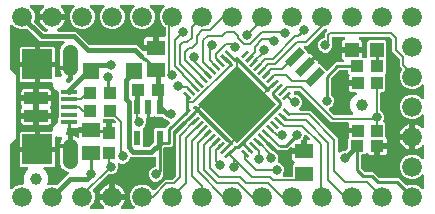
<source format=gbr>
G04 EAGLE Gerber RS-274X export*
G75*
%MOMM*%
%FSLAX34Y34*%
%LPD*%
%INTop Copper*%
%IPPOS*%
%AMOC8*
5,1,8,0,0,1.08239X$1,22.5*%
G01*
%ADD10R,1.500000X1.300000*%
%ADD11R,1.100000X1.000000*%
%ADD12R,1.200000X1.200000*%
%ADD13R,0.800000X0.250000*%
%ADD14R,4.700000X4.700000*%
%ADD15R,1.000000X1.100000*%
%ADD16C,1.000000*%
%ADD17R,1.000000X1.000000*%
%ADD18R,0.700000X1.700000*%
%ADD19R,2.500000X2.500000*%
%ADD20C,1.308000*%
%ADD21R,1.350000X0.400000*%
%ADD22R,2.000000X1.000000*%
%ADD23R,0.550000X1.200000*%
%ADD24C,1.676400*%
%ADD25R,1.400000X1.400000*%
%ADD26C,0.203200*%
%ADD27C,0.800100*%
%ADD28C,0.254000*%
%ADD29C,0.406400*%

G36*
X351889Y19078D02*
X351889Y19078D01*
X352027Y19087D01*
X352046Y19093D01*
X352066Y19095D01*
X352198Y19142D01*
X352329Y19185D01*
X352347Y19196D01*
X352366Y19202D01*
X352481Y19280D01*
X352598Y19355D01*
X352612Y19370D01*
X352629Y19381D01*
X352721Y19485D01*
X352816Y19586D01*
X352826Y19604D01*
X352839Y19619D01*
X352903Y19744D01*
X352970Y19865D01*
X352975Y19885D01*
X352984Y19903D01*
X353014Y20038D01*
X353049Y20173D01*
X353051Y20201D01*
X353054Y20213D01*
X353053Y20233D01*
X353059Y20334D01*
X353059Y30466D01*
X353044Y30587D01*
X353037Y30701D01*
X353031Y30719D01*
X353029Y30743D01*
X353022Y30762D01*
X353019Y30782D01*
X352972Y30902D01*
X352939Y31004D01*
X352930Y31018D01*
X352921Y31042D01*
X352910Y31059D01*
X352902Y31078D01*
X352822Y31189D01*
X352769Y31272D01*
X352758Y31282D01*
X352743Y31305D01*
X352727Y31319D01*
X352716Y31335D01*
X352608Y31424D01*
X352601Y31430D01*
X352537Y31490D01*
X352526Y31497D01*
X352504Y31516D01*
X352486Y31525D01*
X352471Y31538D01*
X352345Y31597D01*
X352327Y31606D01*
X352259Y31644D01*
X352248Y31647D01*
X352221Y31660D01*
X352201Y31665D01*
X352183Y31673D01*
X352047Y31699D01*
X352021Y31705D01*
X351951Y31723D01*
X351936Y31724D01*
X351911Y31730D01*
X351890Y31729D01*
X351871Y31733D01*
X351833Y31731D01*
X351790Y31733D01*
X351788Y31733D01*
X351711Y31724D01*
X351593Y31720D01*
X351573Y31715D01*
X351553Y31713D01*
X351505Y31698D01*
X351472Y31694D01*
X351395Y31663D01*
X351287Y31632D01*
X351270Y31622D01*
X351251Y31615D01*
X351211Y31590D01*
X351177Y31577D01*
X351103Y31523D01*
X351013Y31470D01*
X350992Y31452D01*
X350982Y31445D01*
X350968Y31430D01*
X350934Y31401D01*
X350919Y31390D01*
X350912Y31381D01*
X350893Y31364D01*
X348799Y29271D01*
X344972Y27685D01*
X340828Y27685D01*
X337001Y29271D01*
X334071Y32201D01*
X332485Y36028D01*
X332485Y40172D01*
X334071Y43999D01*
X337001Y46929D01*
X340828Y48515D01*
X344972Y48515D01*
X348799Y46929D01*
X350893Y44836D01*
X351002Y44751D01*
X351109Y44662D01*
X351128Y44654D01*
X351144Y44641D01*
X351272Y44586D01*
X351397Y44527D01*
X351417Y44523D01*
X351436Y44515D01*
X351574Y44493D01*
X351710Y44467D01*
X351730Y44468D01*
X351750Y44465D01*
X351889Y44478D01*
X352027Y44487D01*
X352046Y44493D01*
X352066Y44495D01*
X352198Y44542D01*
X352329Y44585D01*
X352347Y44596D01*
X352366Y44602D01*
X352481Y44680D01*
X352598Y44755D01*
X352612Y44770D01*
X352629Y44781D01*
X352721Y44885D01*
X352816Y44986D01*
X352826Y45004D01*
X352839Y45019D01*
X352903Y45144D01*
X352970Y45265D01*
X352975Y45285D01*
X352984Y45303D01*
X353014Y45438D01*
X353049Y45573D01*
X353051Y45601D01*
X353054Y45613D01*
X353053Y45633D01*
X353059Y45734D01*
X353059Y55148D01*
X353042Y55286D01*
X353029Y55424D01*
X353022Y55443D01*
X353019Y55464D01*
X352968Y55593D01*
X352921Y55724D01*
X352910Y55740D01*
X352902Y55759D01*
X352821Y55871D01*
X352743Y55987D01*
X352727Y56000D01*
X352716Y56017D01*
X352608Y56105D01*
X352504Y56197D01*
X352486Y56206D01*
X352471Y56219D01*
X352345Y56279D01*
X352221Y56342D01*
X352201Y56346D01*
X352183Y56355D01*
X352046Y56381D01*
X351911Y56411D01*
X351890Y56411D01*
X351871Y56415D01*
X351732Y56406D01*
X351593Y56402D01*
X351573Y56396D01*
X351553Y56395D01*
X351421Y56352D01*
X351287Y56313D01*
X351270Y56303D01*
X351251Y56297D01*
X351133Y56223D01*
X351013Y56152D01*
X350992Y56133D01*
X350982Y56127D01*
X350968Y56112D01*
X350893Y56045D01*
X350016Y55169D01*
X348625Y54158D01*
X347093Y53377D01*
X345458Y52846D01*
X345399Y52837D01*
X345399Y62270D01*
X345384Y62388D01*
X345377Y62507D01*
X345364Y62545D01*
X345359Y62585D01*
X345316Y62696D01*
X345279Y62809D01*
X345257Y62843D01*
X345242Y62881D01*
X345173Y62977D01*
X345109Y63078D01*
X345079Y63106D01*
X345056Y63138D01*
X344964Y63214D01*
X344877Y63296D01*
X344842Y63315D01*
X344811Y63341D01*
X344703Y63392D01*
X344599Y63449D01*
X344559Y63459D01*
X344523Y63477D01*
X344416Y63497D01*
X344446Y63501D01*
X344556Y63545D01*
X344669Y63581D01*
X344704Y63603D01*
X344741Y63618D01*
X344837Y63688D01*
X344938Y63751D01*
X344966Y63781D01*
X344999Y63805D01*
X345075Y63896D01*
X345156Y63983D01*
X345176Y64018D01*
X345201Y64050D01*
X345252Y64157D01*
X345310Y64262D01*
X345320Y64301D01*
X345337Y64337D01*
X345359Y64454D01*
X345389Y64570D01*
X345393Y64630D01*
X345397Y64650D01*
X345397Y64653D01*
X345396Y64672D01*
X345399Y64730D01*
X345399Y74163D01*
X345458Y74154D01*
X347093Y73623D01*
X348625Y72842D01*
X350016Y71831D01*
X350893Y70955D01*
X351002Y70870D01*
X351109Y70781D01*
X351128Y70772D01*
X351144Y70760D01*
X351272Y70704D01*
X351397Y70645D01*
X351417Y70641D01*
X351436Y70633D01*
X351574Y70611D01*
X351710Y70585D01*
X351730Y70587D01*
X351750Y70583D01*
X351889Y70596D01*
X352027Y70605D01*
X352046Y70611D01*
X352066Y70613D01*
X352198Y70660D01*
X352329Y70703D01*
X352347Y70714D01*
X352366Y70721D01*
X352481Y70799D01*
X352598Y70873D01*
X352612Y70888D01*
X352629Y70899D01*
X352721Y71003D01*
X352816Y71105D01*
X352826Y71123D01*
X352839Y71138D01*
X352902Y71262D01*
X352970Y71383D01*
X352975Y71403D01*
X352984Y71421D01*
X353014Y71557D01*
X353049Y71691D01*
X353051Y71719D01*
X353054Y71731D01*
X353053Y71752D01*
X353059Y71852D01*
X353059Y81266D01*
X353042Y81404D01*
X353040Y81428D01*
X353037Y81471D01*
X353035Y81477D01*
X353029Y81543D01*
X353022Y81562D01*
X353019Y81582D01*
X352968Y81711D01*
X352921Y81842D01*
X352910Y81859D01*
X352902Y81878D01*
X352821Y81990D01*
X352743Y82105D01*
X352727Y82119D01*
X352716Y82135D01*
X352608Y82224D01*
X352504Y82316D01*
X352486Y82325D01*
X352471Y82338D01*
X352345Y82397D01*
X352221Y82460D01*
X352201Y82465D01*
X352183Y82473D01*
X352047Y82499D01*
X351911Y82530D01*
X351890Y82529D01*
X351871Y82533D01*
X351732Y82524D01*
X351593Y82520D01*
X351573Y82515D01*
X351553Y82513D01*
X351421Y82471D01*
X351287Y82432D01*
X351270Y82422D01*
X351251Y82415D01*
X351133Y82341D01*
X351013Y82270D01*
X350992Y82252D01*
X350982Y82245D01*
X350968Y82230D01*
X350893Y82164D01*
X348799Y80071D01*
X344972Y78485D01*
X340828Y78485D01*
X337001Y80071D01*
X334071Y83001D01*
X332485Y86828D01*
X332485Y90972D01*
X334071Y94799D01*
X337001Y97729D01*
X340828Y99315D01*
X344972Y99315D01*
X348799Y97729D01*
X350893Y95636D01*
X351002Y95551D01*
X351109Y95462D01*
X351128Y95454D01*
X351144Y95441D01*
X351272Y95386D01*
X351397Y95327D01*
X351417Y95323D01*
X351436Y95315D01*
X351574Y95293D01*
X351710Y95267D01*
X351730Y95268D01*
X351750Y95265D01*
X351889Y95278D01*
X352027Y95287D01*
X352046Y95293D01*
X352066Y95295D01*
X352198Y95342D01*
X352329Y95385D01*
X352347Y95396D01*
X352366Y95402D01*
X352481Y95480D01*
X352598Y95555D01*
X352612Y95570D01*
X352629Y95581D01*
X352721Y95685D01*
X352816Y95786D01*
X352826Y95804D01*
X352839Y95819D01*
X352903Y95944D01*
X352970Y96065D01*
X352975Y96085D01*
X352984Y96103D01*
X353014Y96238D01*
X353049Y96373D01*
X353051Y96401D01*
X353054Y96413D01*
X353053Y96433D01*
X353059Y96534D01*
X353059Y106666D01*
X353042Y106804D01*
X353029Y106943D01*
X353022Y106962D01*
X353019Y106982D01*
X352968Y107111D01*
X352921Y107242D01*
X352910Y107259D01*
X352902Y107278D01*
X352821Y107390D01*
X352743Y107505D01*
X352727Y107519D01*
X352716Y107535D01*
X352608Y107624D01*
X352504Y107716D01*
X352486Y107725D01*
X352471Y107738D01*
X352345Y107797D01*
X352221Y107860D01*
X352201Y107865D01*
X352183Y107873D01*
X352047Y107899D01*
X351911Y107930D01*
X351890Y107929D01*
X351871Y107933D01*
X351732Y107924D01*
X351593Y107920D01*
X351573Y107915D01*
X351553Y107913D01*
X351421Y107871D01*
X351287Y107832D01*
X351270Y107822D01*
X351251Y107815D01*
X351133Y107741D01*
X351013Y107670D01*
X350992Y107652D01*
X350982Y107645D01*
X350968Y107630D01*
X350893Y107564D01*
X348799Y105471D01*
X344972Y103885D01*
X340828Y103885D01*
X337001Y105471D01*
X334071Y108401D01*
X332485Y112228D01*
X332485Y116372D01*
X334085Y120235D01*
X334093Y120263D01*
X334107Y120290D01*
X334135Y120416D01*
X334169Y120542D01*
X334170Y120571D01*
X334176Y120600D01*
X334172Y120730D01*
X334174Y120860D01*
X334168Y120888D01*
X334167Y120918D01*
X334131Y121042D01*
X334100Y121169D01*
X334086Y121195D01*
X334078Y121223D01*
X334013Y121335D01*
X333952Y121450D01*
X333932Y121472D01*
X333917Y121497D01*
X333810Y121618D01*
X332231Y123197D01*
X332231Y129021D01*
X332219Y129120D01*
X332216Y129219D01*
X332199Y129277D01*
X332191Y129337D01*
X332155Y129429D01*
X332127Y129524D01*
X332097Y129576D01*
X332074Y129633D01*
X332016Y129713D01*
X331966Y129798D01*
X331900Y129873D01*
X331888Y129890D01*
X331878Y129898D01*
X331860Y129919D01*
X325881Y135897D01*
X325881Y145531D01*
X325869Y145630D01*
X325866Y145729D01*
X325849Y145787D01*
X325841Y145847D01*
X325805Y145939D01*
X325777Y146034D01*
X325747Y146086D01*
X325724Y146143D01*
X325666Y146223D01*
X325616Y146308D01*
X325550Y146383D01*
X325538Y146400D01*
X325528Y146408D01*
X325510Y146429D01*
X324229Y147710D01*
X324151Y147770D01*
X324079Y147838D01*
X324026Y147867D01*
X323978Y147904D01*
X323887Y147944D01*
X323800Y147992D01*
X323741Y148007D01*
X323686Y148031D01*
X323588Y148046D01*
X323492Y148071D01*
X323392Y148077D01*
X323372Y148081D01*
X323359Y148079D01*
X323331Y148081D01*
X298851Y148081D01*
X298700Y148062D01*
X298548Y148045D01*
X298542Y148042D01*
X298535Y148041D01*
X298394Y147985D01*
X298252Y147931D01*
X298246Y147927D01*
X298240Y147924D01*
X298116Y147835D01*
X297992Y147747D01*
X297988Y147742D01*
X297982Y147738D01*
X297885Y147619D01*
X297787Y147504D01*
X297784Y147498D01*
X297780Y147493D01*
X297715Y147355D01*
X297648Y147218D01*
X297647Y147211D01*
X297644Y147205D01*
X297616Y147056D01*
X297585Y146906D01*
X297586Y146899D01*
X297584Y146893D01*
X297594Y146742D01*
X297602Y146588D01*
X297604Y146582D01*
X297604Y146575D01*
X297651Y146432D01*
X297696Y146285D01*
X297700Y146279D01*
X297702Y146273D01*
X297783Y146144D01*
X297864Y146014D01*
X297869Y146010D01*
X297872Y146004D01*
X297984Y145899D01*
X298093Y145794D01*
X298099Y145791D01*
X298104Y145786D01*
X298237Y145712D01*
X298370Y145637D01*
X298379Y145635D01*
X298382Y145632D01*
X298392Y145630D01*
X298523Y145586D01*
X298741Y145528D01*
X299320Y145193D01*
X299793Y144720D01*
X300128Y144141D01*
X300301Y143494D01*
X300301Y139699D01*
X293030Y139699D01*
X292912Y139684D01*
X292793Y139677D01*
X292755Y139664D01*
X292715Y139659D01*
X292604Y139615D01*
X292491Y139579D01*
X292456Y139557D01*
X292419Y139542D01*
X292323Y139472D01*
X292222Y139409D01*
X292194Y139379D01*
X292162Y139355D01*
X292086Y139264D01*
X292004Y139177D01*
X291985Y139142D01*
X291959Y139110D01*
X291908Y139003D01*
X291851Y138899D01*
X291840Y138859D01*
X291823Y138823D01*
X291801Y138706D01*
X291771Y138591D01*
X291767Y138530D01*
X291763Y138510D01*
X291765Y138490D01*
X291761Y138430D01*
X291761Y135890D01*
X291776Y135772D01*
X291783Y135653D01*
X291796Y135615D01*
X291801Y135575D01*
X291845Y135464D01*
X291881Y135351D01*
X291903Y135316D01*
X291918Y135279D01*
X291988Y135183D01*
X292051Y135082D01*
X292081Y135054D01*
X292105Y135021D01*
X292196Y134946D01*
X292283Y134864D01*
X292318Y134844D01*
X292350Y134819D01*
X292457Y134768D01*
X292561Y134710D01*
X292601Y134700D01*
X292637Y134683D01*
X292754Y134661D01*
X292869Y134631D01*
X292930Y134627D01*
X292950Y134623D01*
X292970Y134625D01*
X293030Y134621D01*
X300301Y134621D01*
X300301Y131492D01*
X300316Y131374D01*
X300323Y131255D01*
X300336Y131217D01*
X300341Y131176D01*
X300384Y131066D01*
X300421Y130953D01*
X300443Y130918D01*
X300458Y130881D01*
X300527Y130785D01*
X300591Y130684D01*
X300621Y130656D01*
X300644Y130623D01*
X300736Y130548D01*
X300823Y130466D01*
X300858Y130446D01*
X300889Y130421D01*
X300997Y130370D01*
X301101Y130312D01*
X301140Y130302D01*
X301177Y130285D01*
X301294Y130263D01*
X301409Y130233D01*
X301469Y130229D01*
X301489Y130225D01*
X301510Y130227D01*
X301570Y130223D01*
X302666Y130223D01*
X302670Y130219D01*
X302777Y130130D01*
X302796Y130122D01*
X302812Y130109D01*
X302940Y130054D01*
X303065Y129995D01*
X303085Y129991D01*
X303104Y129983D01*
X303241Y129961D01*
X303378Y129935D01*
X303398Y129936D01*
X303418Y129933D01*
X303556Y129946D01*
X303695Y129955D01*
X303714Y129961D01*
X303734Y129963D01*
X303865Y130010D01*
X303997Y130053D01*
X304015Y130064D01*
X304034Y130070D01*
X304149Y130149D01*
X304266Y130223D01*
X304280Y130238D01*
X304297Y130249D01*
X304389Y130353D01*
X304484Y130455D01*
X304494Y130472D01*
X304507Y130487D01*
X304571Y130611D01*
X304638Y130733D01*
X304643Y130753D01*
X304652Y130771D01*
X304682Y130906D01*
X304717Y131041D01*
X304719Y131069D01*
X304722Y131081D01*
X304721Y131101D01*
X304727Y131202D01*
X304727Y144002D01*
X305918Y145193D01*
X319602Y145193D01*
X320793Y144002D01*
X320793Y130169D01*
X320771Y130126D01*
X320762Y130087D01*
X320746Y130050D01*
X320727Y129932D01*
X320701Y129816D01*
X320702Y129775D01*
X320696Y129735D01*
X320707Y129617D01*
X320711Y129498D01*
X320722Y129459D01*
X320726Y129419D01*
X320766Y129307D01*
X320799Y129192D01*
X320820Y129158D01*
X320833Y129121D01*
X320833Y117348D01*
X319927Y116443D01*
X319854Y116349D01*
X319775Y116259D01*
X319757Y116223D01*
X319732Y116191D01*
X319685Y116082D01*
X319631Y115976D01*
X319622Y115937D01*
X319606Y115899D01*
X319587Y115782D01*
X319561Y115666D01*
X319562Y115625D01*
X319556Y115585D01*
X319567Y115467D01*
X319571Y115348D01*
X319582Y115309D01*
X319586Y115269D01*
X319626Y115156D01*
X319659Y115042D01*
X319680Y115008D01*
X319693Y114969D01*
X319760Y114871D01*
X319821Y114768D01*
X319833Y114755D01*
X319833Y103058D01*
X318642Y101867D01*
X317118Y101867D01*
X317000Y101852D01*
X316881Y101845D01*
X316843Y101832D01*
X316802Y101827D01*
X316692Y101784D01*
X316579Y101747D01*
X316544Y101725D01*
X316507Y101710D01*
X316411Y101641D01*
X316310Y101577D01*
X316282Y101547D01*
X316249Y101524D01*
X316173Y101432D01*
X316092Y101345D01*
X316072Y101310D01*
X316047Y101279D01*
X315996Y101171D01*
X315938Y101067D01*
X315928Y101027D01*
X315911Y100991D01*
X315889Y100874D01*
X315859Y100759D01*
X315855Y100699D01*
X315851Y100679D01*
X315853Y100658D01*
X315849Y100598D01*
X315849Y86019D01*
X315861Y85921D01*
X315864Y85822D01*
X315881Y85764D01*
X315889Y85704D01*
X315925Y85612D01*
X315953Y85517D01*
X315983Y85464D01*
X316006Y85408D01*
X316064Y85328D01*
X316114Y85243D01*
X316180Y85167D01*
X316192Y85151D01*
X316202Y85143D01*
X316220Y85122D01*
X317915Y83428D01*
X318833Y81210D01*
X318833Y78810D01*
X318259Y77424D01*
X318251Y77395D01*
X318238Y77369D01*
X318209Y77242D01*
X318175Y77117D01*
X318175Y77087D01*
X318168Y77059D01*
X318172Y76929D01*
X318170Y76799D01*
X318177Y76770D01*
X318178Y76741D01*
X318214Y76616D01*
X318244Y76490D01*
X318258Y76464D01*
X318266Y76435D01*
X318332Y76323D01*
X318393Y76209D01*
X318413Y76187D01*
X318428Y76161D01*
X318534Y76041D01*
X319833Y74742D01*
X319833Y63950D01*
X319846Y63845D01*
X319850Y63740D01*
X319866Y63688D01*
X319873Y63635D01*
X319911Y63536D01*
X319942Y63435D01*
X319970Y63389D01*
X319990Y63339D01*
X320052Y63254D01*
X320106Y63163D01*
X320145Y63125D01*
X320176Y63082D01*
X320258Y63014D01*
X320306Y62967D01*
X320833Y62440D01*
X321168Y61861D01*
X321341Y61214D01*
X321341Y58379D01*
X314530Y58379D01*
X314412Y58364D01*
X314293Y58357D01*
X314255Y58344D01*
X314215Y58339D01*
X314104Y58296D01*
X313991Y58259D01*
X313957Y58237D01*
X313919Y58222D01*
X313823Y58153D01*
X313722Y58089D01*
X313694Y58059D01*
X313662Y58036D01*
X313586Y57944D01*
X313504Y57857D01*
X313485Y57822D01*
X313459Y57791D01*
X313408Y57683D01*
X313351Y57579D01*
X313341Y57539D01*
X313323Y57503D01*
X313301Y57386D01*
X313271Y57271D01*
X313267Y57211D01*
X313264Y57191D01*
X313265Y57170D01*
X313261Y57110D01*
X313261Y55919D01*
X312070Y55919D01*
X311952Y55904D01*
X311833Y55897D01*
X311795Y55884D01*
X311754Y55879D01*
X311644Y55835D01*
X311531Y55799D01*
X311496Y55777D01*
X311459Y55762D01*
X311362Y55692D01*
X311262Y55629D01*
X311234Y55599D01*
X311201Y55575D01*
X311125Y55484D01*
X311044Y55397D01*
X311024Y55362D01*
X310999Y55330D01*
X310948Y55223D01*
X310890Y55118D01*
X310880Y55079D01*
X310863Y55043D01*
X310841Y54926D01*
X310811Y54810D01*
X310807Y54750D01*
X310803Y54730D01*
X310805Y54710D01*
X310801Y54650D01*
X310801Y48339D01*
X307466Y48339D01*
X306819Y48512D01*
X306240Y48847D01*
X305767Y49320D01*
X305623Y49569D01*
X305547Y49669D01*
X305477Y49773D01*
X305451Y49795D01*
X305431Y49822D01*
X305332Y49900D01*
X305238Y49984D01*
X305208Y49999D01*
X305182Y50020D01*
X305067Y50071D01*
X304955Y50128D01*
X304922Y50136D01*
X304891Y50149D01*
X304767Y50170D01*
X304645Y50198D01*
X304611Y50197D01*
X304578Y50202D01*
X304452Y50192D01*
X304327Y50188D01*
X304294Y50179D01*
X304261Y50176D01*
X304142Y50135D01*
X304021Y50100D01*
X303992Y50083D01*
X303960Y50072D01*
X303856Y50002D01*
X303747Y49938D01*
X303711Y49906D01*
X303695Y49896D01*
X303681Y49880D01*
X303626Y49832D01*
X302642Y48847D01*
X300872Y48847D01*
X300754Y48832D01*
X300635Y48825D01*
X300597Y48812D01*
X300556Y48807D01*
X300446Y48764D01*
X300333Y48727D01*
X300298Y48705D01*
X300261Y48690D01*
X300165Y48621D01*
X300064Y48557D01*
X300036Y48527D01*
X300003Y48504D01*
X299927Y48412D01*
X299846Y48325D01*
X299826Y48290D01*
X299801Y48259D01*
X299750Y48151D01*
X299692Y48047D01*
X299682Y48007D01*
X299665Y47971D01*
X299643Y47854D01*
X299613Y47739D01*
X299609Y47679D01*
X299605Y47659D01*
X299607Y47638D01*
X299603Y47578D01*
X299603Y37064D01*
X299615Y36966D01*
X299618Y36867D01*
X299635Y36808D01*
X299643Y36748D01*
X299679Y36656D01*
X299707Y36561D01*
X299737Y36509D01*
X299760Y36453D01*
X299818Y36373D01*
X299868Y36287D01*
X299934Y36212D01*
X299946Y36195D01*
X299956Y36187D01*
X299974Y36166D01*
X301986Y34154D01*
X302065Y34094D01*
X302137Y34026D01*
X302190Y33997D01*
X302238Y33960D01*
X302329Y33920D01*
X302415Y33872D01*
X302474Y33857D01*
X302529Y33833D01*
X302627Y33818D01*
X302723Y33793D01*
X302823Y33787D01*
X302844Y33783D01*
X302856Y33785D01*
X302884Y33783D01*
X309978Y33783D01*
X314686Y29074D01*
X314765Y29014D01*
X314837Y28946D01*
X314890Y28917D01*
X314938Y28880D01*
X315029Y28840D01*
X315115Y28792D01*
X315174Y28777D01*
X315229Y28753D01*
X315327Y28738D01*
X315423Y28713D01*
X315523Y28707D01*
X315544Y28703D01*
X315556Y28705D01*
X315584Y28703D01*
X331568Y28703D01*
X337632Y22639D01*
X337655Y22621D01*
X337674Y22598D01*
X337780Y22524D01*
X337883Y22444D01*
X337910Y22432D01*
X337934Y22415D01*
X338056Y22369D01*
X338175Y22318D01*
X338204Y22313D01*
X338232Y22302D01*
X338361Y22288D01*
X338489Y22268D01*
X338519Y22270D01*
X338548Y22267D01*
X338676Y22285D01*
X338806Y22297D01*
X338834Y22307D01*
X338863Y22312D01*
X339015Y22364D01*
X340828Y23115D01*
X344972Y23115D01*
X348799Y21529D01*
X350893Y19436D01*
X351002Y19351D01*
X351109Y19262D01*
X351128Y19254D01*
X351144Y19241D01*
X351272Y19186D01*
X351397Y19127D01*
X351417Y19123D01*
X351436Y19115D01*
X351574Y19093D01*
X351710Y19067D01*
X351730Y19068D01*
X351750Y19065D01*
X351889Y19078D01*
G37*
G36*
X3868Y19076D02*
X3868Y19076D01*
X4007Y19080D01*
X4027Y19085D01*
X4047Y19087D01*
X4179Y19129D01*
X4313Y19168D01*
X4330Y19178D01*
X4349Y19185D01*
X4467Y19259D01*
X4587Y19330D01*
X4608Y19348D01*
X4618Y19355D01*
X4632Y19370D01*
X4707Y19436D01*
X6801Y21529D01*
X10628Y23115D01*
X13170Y23115D01*
X13301Y23131D01*
X13433Y23142D01*
X13458Y23151D01*
X13485Y23155D01*
X13608Y23203D01*
X13733Y23247D01*
X13756Y23262D01*
X13781Y23272D01*
X13888Y23349D01*
X13998Y23423D01*
X14016Y23443D01*
X14038Y23458D01*
X14123Y23561D01*
X14211Y23659D01*
X14224Y23683D01*
X14241Y23703D01*
X14297Y23823D01*
X14359Y23940D01*
X14365Y23967D01*
X14377Y23991D01*
X14401Y24121D01*
X14432Y24250D01*
X14431Y24277D01*
X14436Y24303D01*
X14428Y24435D01*
X14425Y24568D01*
X14418Y24594D01*
X14417Y24621D01*
X14376Y24747D01*
X14340Y24874D01*
X14323Y24909D01*
X14319Y24923D01*
X14307Y24942D01*
X14269Y25019D01*
X14129Y25260D01*
X14129Y30620D01*
X16809Y35261D01*
X17207Y35491D01*
X17323Y35579D01*
X17441Y35664D01*
X17450Y35675D01*
X17460Y35683D01*
X17551Y35797D01*
X17644Y35909D01*
X17649Y35922D01*
X17658Y35932D01*
X17717Y36066D01*
X17779Y36197D01*
X17782Y36210D01*
X17787Y36223D01*
X17812Y36367D01*
X17839Y36510D01*
X17838Y36523D01*
X17840Y36536D01*
X17828Y36682D01*
X17819Y36827D01*
X17815Y36840D01*
X17814Y36853D01*
X17766Y36991D01*
X17721Y37129D01*
X17714Y37141D01*
X17710Y37154D01*
X17629Y37275D01*
X17551Y37398D01*
X17541Y37407D01*
X17534Y37419D01*
X17426Y37516D01*
X17319Y37616D01*
X17308Y37623D01*
X17298Y37632D01*
X17168Y37699D01*
X17041Y37770D01*
X17028Y37773D01*
X17016Y37779D01*
X16874Y37813D01*
X16733Y37849D01*
X16715Y37850D01*
X16706Y37852D01*
X16689Y37852D01*
X16572Y37859D01*
X12616Y37859D01*
X11969Y38032D01*
X11390Y38367D01*
X10917Y38840D01*
X10582Y39419D01*
X10409Y40066D01*
X10409Y50651D01*
X14988Y50651D01*
X15028Y50656D01*
X15068Y50653D01*
X15185Y50676D01*
X15303Y50691D01*
X15341Y50705D01*
X15381Y50713D01*
X15488Y50764D01*
X15599Y50808D01*
X15632Y50831D01*
X15668Y50849D01*
X15760Y50924D01*
X15856Y50994D01*
X15882Y51026D01*
X15913Y51051D01*
X15983Y51148D01*
X16059Y51239D01*
X16076Y51276D01*
X16100Y51309D01*
X16144Y51419D01*
X16195Y51527D01*
X16202Y51567D01*
X16217Y51604D01*
X16247Y51763D01*
X16370Y52743D01*
X16370Y52820D01*
X16380Y52897D01*
X16370Y53057D01*
X16369Y53060D01*
X16369Y53061D01*
X16247Y54037D01*
X16237Y54077D01*
X16235Y54117D01*
X16198Y54230D01*
X16169Y54346D01*
X16149Y54381D01*
X16137Y54419D01*
X16073Y54520D01*
X16016Y54625D01*
X15988Y54654D01*
X15967Y54688D01*
X15880Y54770D01*
X15798Y54857D01*
X15764Y54878D01*
X15735Y54906D01*
X15631Y54964D01*
X15530Y55028D01*
X15492Y55040D01*
X15456Y55060D01*
X15341Y55089D01*
X15228Y55126D01*
X15188Y55129D01*
X15149Y55139D01*
X14988Y55149D01*
X10409Y55149D01*
X10409Y65734D01*
X10582Y66381D01*
X10917Y66960D01*
X11390Y67433D01*
X11969Y67768D01*
X12616Y67941D01*
X23201Y67941D01*
X23201Y61210D01*
X23216Y61092D01*
X23223Y60973D01*
X23235Y60935D01*
X23241Y60894D01*
X23284Y60784D01*
X23321Y60671D01*
X23343Y60636D01*
X23358Y60599D01*
X23427Y60503D01*
X23491Y60402D01*
X23521Y60374D01*
X23544Y60341D01*
X23636Y60265D01*
X23723Y60184D01*
X23758Y60164D01*
X23789Y60139D01*
X23897Y60088D01*
X24001Y60030D01*
X24041Y60020D01*
X24077Y60003D01*
X24194Y59981D01*
X24309Y59951D01*
X24369Y59947D01*
X24389Y59943D01*
X24410Y59945D01*
X24470Y59941D01*
X26430Y59941D01*
X26548Y59956D01*
X26667Y59963D01*
X26705Y59976D01*
X26746Y59981D01*
X26856Y60024D01*
X26969Y60061D01*
X27004Y60083D01*
X27041Y60098D01*
X27137Y60167D01*
X27238Y60231D01*
X27266Y60261D01*
X27299Y60284D01*
X27375Y60376D01*
X27456Y60463D01*
X27476Y60498D01*
X27501Y60529D01*
X27552Y60637D01*
X27610Y60741D01*
X27620Y60781D01*
X27637Y60817D01*
X27659Y60934D01*
X27689Y61049D01*
X27693Y61109D01*
X27697Y61129D01*
X27695Y61150D01*
X27699Y61210D01*
X27699Y67941D01*
X37140Y67941D01*
X37258Y67956D01*
X37377Y67963D01*
X37415Y67976D01*
X37456Y67981D01*
X37566Y68024D01*
X37679Y68061D01*
X37714Y68083D01*
X37751Y68098D01*
X37847Y68167D01*
X37948Y68231D01*
X37976Y68261D01*
X38009Y68284D01*
X38085Y68376D01*
X38166Y68463D01*
X38186Y68498D01*
X38211Y68529D01*
X38262Y68637D01*
X38320Y68741D01*
X38330Y68781D01*
X38347Y68817D01*
X38369Y68934D01*
X38399Y69049D01*
X38403Y69109D01*
X38407Y69129D01*
X38405Y69150D01*
X38409Y69210D01*
X38409Y70602D01*
X39329Y72822D01*
X41028Y74521D01*
X42126Y74976D01*
X42151Y74990D01*
X42179Y74999D01*
X42251Y75045D01*
X42289Y75069D01*
X42402Y75133D01*
X42423Y75154D01*
X42448Y75170D01*
X42502Y75227D01*
X42509Y75232D01*
X42523Y75249D01*
X42537Y75264D01*
X42630Y75354D01*
X42646Y75380D01*
X42666Y75401D01*
X42700Y75463D01*
X42711Y75477D01*
X42732Y75520D01*
X42797Y75626D01*
X42805Y75654D01*
X42820Y75680D01*
X42835Y75739D01*
X42847Y75764D01*
X42859Y75829D01*
X42890Y75930D01*
X42892Y75959D01*
X42899Y75988D01*
X42904Y76061D01*
X42907Y76077D01*
X42906Y76093D01*
X42909Y76148D01*
X42909Y78234D01*
X43082Y78881D01*
X43247Y79166D01*
X43283Y79251D01*
X43328Y79332D01*
X43344Y79397D01*
X43370Y79459D01*
X43384Y79551D01*
X43407Y79640D01*
X43414Y79757D01*
X43417Y79774D01*
X43416Y79782D01*
X43417Y79801D01*
X43417Y101441D01*
X43414Y101471D01*
X43416Y101500D01*
X43394Y101628D01*
X43377Y101757D01*
X43367Y101784D01*
X43362Y101813D01*
X43308Y101932D01*
X43260Y102052D01*
X43243Y102076D01*
X43231Y102103D01*
X43150Y102205D01*
X43074Y102310D01*
X43051Y102329D01*
X43032Y102352D01*
X42929Y102430D01*
X42829Y102513D01*
X42802Y102525D01*
X42778Y102543D01*
X42634Y102614D01*
X41028Y103279D01*
X39329Y104978D01*
X38409Y107198D01*
X38409Y108590D01*
X38394Y108708D01*
X38387Y108827D01*
X38374Y108865D01*
X38369Y108906D01*
X38326Y109016D01*
X38289Y109129D01*
X38267Y109164D01*
X38252Y109201D01*
X38183Y109297D01*
X38119Y109398D01*
X38089Y109426D01*
X38066Y109459D01*
X37974Y109535D01*
X37887Y109616D01*
X37852Y109636D01*
X37821Y109661D01*
X37713Y109712D01*
X37609Y109770D01*
X37569Y109780D01*
X37533Y109797D01*
X37416Y109819D01*
X37301Y109849D01*
X37241Y109853D01*
X37221Y109857D01*
X37200Y109855D01*
X37140Y109859D01*
X27699Y109859D01*
X27699Y116590D01*
X27684Y116708D01*
X27677Y116827D01*
X27664Y116865D01*
X27659Y116906D01*
X27616Y117016D01*
X27579Y117129D01*
X27557Y117164D01*
X27542Y117201D01*
X27473Y117297D01*
X27409Y117398D01*
X27379Y117426D01*
X27356Y117459D01*
X27264Y117535D01*
X27177Y117616D01*
X27142Y117636D01*
X27111Y117661D01*
X27003Y117712D01*
X26899Y117770D01*
X26859Y117780D01*
X26823Y117797D01*
X26706Y117819D01*
X26591Y117849D01*
X26531Y117853D01*
X26511Y117857D01*
X26490Y117855D01*
X26430Y117859D01*
X24470Y117859D01*
X24352Y117844D01*
X24233Y117837D01*
X24195Y117824D01*
X24154Y117819D01*
X24044Y117776D01*
X23931Y117739D01*
X23896Y117717D01*
X23859Y117702D01*
X23762Y117633D01*
X23662Y117569D01*
X23634Y117539D01*
X23601Y117516D01*
X23525Y117424D01*
X23444Y117337D01*
X23424Y117302D01*
X23399Y117271D01*
X23348Y117163D01*
X23290Y117059D01*
X23280Y117019D01*
X23263Y116983D01*
X23241Y116866D01*
X23211Y116751D01*
X23207Y116691D01*
X23203Y116671D01*
X23205Y116650D01*
X23201Y116590D01*
X23201Y109859D01*
X12616Y109859D01*
X11969Y110032D01*
X11390Y110367D01*
X10917Y110840D01*
X10582Y111419D01*
X10409Y112066D01*
X10409Y122651D01*
X15130Y122651D01*
X15132Y122651D01*
X15134Y122651D01*
X15292Y122671D01*
X15446Y122691D01*
X15448Y122691D01*
X15450Y122692D01*
X15599Y122751D01*
X15741Y122808D01*
X15743Y122809D01*
X15745Y122809D01*
X15873Y122903D01*
X15999Y122994D01*
X16000Y122996D01*
X16002Y122997D01*
X16100Y123117D01*
X16202Y123239D01*
X16202Y123241D01*
X16204Y123243D01*
X16270Y123386D01*
X16337Y123527D01*
X16337Y123529D01*
X16338Y123531D01*
X16368Y123689D01*
X16397Y123839D01*
X16397Y123841D01*
X16397Y123843D01*
X16397Y124004D01*
X16356Y124610D01*
X16353Y124625D01*
X16354Y124640D01*
X16328Y124760D01*
X16331Y124816D01*
X16331Y124820D01*
X16332Y124824D01*
X16331Y124985D01*
X16330Y125006D01*
X16331Y125016D01*
X16335Y125030D01*
X16356Y125190D01*
X16397Y125796D01*
X16397Y125798D01*
X16397Y125800D01*
X16387Y125957D01*
X16378Y126113D01*
X16377Y126115D01*
X16377Y126117D01*
X16329Y126267D01*
X16281Y126416D01*
X16280Y126418D01*
X16279Y126419D01*
X16198Y126548D01*
X16111Y126685D01*
X16110Y126686D01*
X16109Y126688D01*
X15994Y126796D01*
X15881Y126904D01*
X15879Y126905D01*
X15877Y126906D01*
X15743Y126980D01*
X15602Y127058D01*
X15601Y127059D01*
X15599Y127060D01*
X15448Y127098D01*
X15295Y127139D01*
X15293Y127139D01*
X15291Y127139D01*
X15130Y127149D01*
X10409Y127149D01*
X10409Y137734D01*
X10582Y138381D01*
X10917Y138960D01*
X11390Y139433D01*
X11969Y139768D01*
X12616Y139941D01*
X23201Y139941D01*
X23201Y133210D01*
X23216Y133092D01*
X23223Y132973D01*
X23235Y132935D01*
X23241Y132894D01*
X23284Y132784D01*
X23321Y132671D01*
X23343Y132636D01*
X23358Y132599D01*
X23427Y132503D01*
X23491Y132402D01*
X23521Y132374D01*
X23544Y132341D01*
X23636Y132265D01*
X23723Y132184D01*
X23758Y132164D01*
X23789Y132139D01*
X23897Y132088D01*
X24001Y132030D01*
X24041Y132020D01*
X24077Y132003D01*
X24194Y131981D01*
X24309Y131951D01*
X24369Y131947D01*
X24389Y131943D01*
X24410Y131945D01*
X24470Y131941D01*
X26430Y131941D01*
X26548Y131956D01*
X26667Y131963D01*
X26705Y131976D01*
X26746Y131981D01*
X26856Y132024D01*
X26969Y132061D01*
X27004Y132083D01*
X27041Y132098D01*
X27137Y132167D01*
X27238Y132231D01*
X27266Y132261D01*
X27299Y132284D01*
X27375Y132376D01*
X27456Y132463D01*
X27476Y132498D01*
X27501Y132529D01*
X27552Y132637D01*
X27610Y132741D01*
X27620Y132781D01*
X27637Y132817D01*
X27659Y132934D01*
X27689Y133049D01*
X27693Y133109D01*
X27697Y133129D01*
X27695Y133150D01*
X27699Y133210D01*
X27699Y139941D01*
X38284Y139941D01*
X38931Y139768D01*
X39510Y139433D01*
X39983Y138960D01*
X40318Y138381D01*
X40491Y137734D01*
X40491Y127149D01*
X35760Y127149D01*
X35642Y127134D01*
X35523Y127127D01*
X35485Y127114D01*
X35444Y127109D01*
X35334Y127066D01*
X35221Y127029D01*
X35186Y127007D01*
X35149Y126992D01*
X35053Y126923D01*
X34952Y126859D01*
X34924Y126829D01*
X34891Y126806D01*
X34815Y126714D01*
X34734Y126627D01*
X34714Y126592D01*
X34689Y126561D01*
X34638Y126453D01*
X34580Y126349D01*
X34570Y126309D01*
X34553Y126273D01*
X34531Y126156D01*
X34501Y126041D01*
X34497Y125981D01*
X34493Y125961D01*
X34495Y125940D01*
X34491Y125880D01*
X34491Y123920D01*
X34506Y123802D01*
X34513Y123683D01*
X34526Y123645D01*
X34531Y123604D01*
X34574Y123494D01*
X34611Y123381D01*
X34633Y123346D01*
X34648Y123309D01*
X34717Y123212D01*
X34781Y123112D01*
X34811Y123084D01*
X34834Y123051D01*
X34926Y122975D01*
X35013Y122894D01*
X35048Y122874D01*
X35079Y122849D01*
X35187Y122798D01*
X35291Y122740D01*
X35331Y122730D01*
X35367Y122713D01*
X35484Y122691D01*
X35599Y122661D01*
X35659Y122657D01*
X35679Y122653D01*
X35700Y122655D01*
X35760Y122651D01*
X40491Y122651D01*
X40491Y115198D01*
X40497Y115149D01*
X40495Y115099D01*
X40517Y114992D01*
X40531Y114882D01*
X40549Y114836D01*
X40559Y114788D01*
X40607Y114689D01*
X40648Y114587D01*
X40677Y114547D01*
X40699Y114502D01*
X40770Y114418D01*
X40834Y114329D01*
X40873Y114298D01*
X40905Y114260D01*
X40995Y114197D01*
X41079Y114127D01*
X41124Y114105D01*
X41165Y114077D01*
X41268Y114038D01*
X41367Y113991D01*
X41416Y113982D01*
X41462Y113964D01*
X41572Y113952D01*
X41679Y113931D01*
X41729Y113934D01*
X41778Y113929D01*
X41887Y113944D01*
X41997Y113951D01*
X42044Y113966D01*
X42093Y113973D01*
X42246Y114025D01*
X43248Y114441D01*
X45154Y114441D01*
X45194Y114446D01*
X45233Y114443D01*
X45351Y114466D01*
X45470Y114481D01*
X45507Y114495D01*
X45546Y114503D01*
X45654Y114554D01*
X45765Y114598D01*
X45797Y114621D01*
X45833Y114638D01*
X45926Y114714D01*
X46023Y114784D01*
X46048Y114815D01*
X46079Y114840D01*
X46149Y114937D01*
X46225Y115029D01*
X46242Y115065D01*
X46266Y115098D01*
X46310Y115209D01*
X46361Y115317D01*
X46368Y115356D01*
X46383Y115393D01*
X46398Y115512D01*
X46421Y115629D01*
X46418Y115669D01*
X46423Y115709D01*
X46408Y115827D01*
X46401Y115947D01*
X46389Y115985D01*
X46384Y116024D01*
X46340Y116136D01*
X46303Y116249D01*
X46282Y116283D01*
X46267Y116320D01*
X46181Y116456D01*
X45683Y117141D01*
X45035Y118414D01*
X44593Y119774D01*
X44573Y119901D01*
X51451Y119901D01*
X51451Y113023D01*
X51286Y113049D01*
X51245Y113057D01*
X51159Y113083D01*
X51089Y113086D01*
X51020Y113100D01*
X50931Y113094D01*
X50841Y113098D01*
X50773Y113084D01*
X50703Y113080D01*
X50618Y113052D01*
X50530Y113034D01*
X50467Y113003D01*
X50400Y112982D01*
X50325Y112934D01*
X50244Y112894D01*
X50191Y112849D01*
X50132Y112811D01*
X50071Y112746D01*
X50002Y112688D01*
X49962Y112631D01*
X49914Y112580D01*
X49871Y112501D01*
X49819Y112428D01*
X49794Y112362D01*
X49761Y112301D01*
X49738Y112214D01*
X49706Y112130D01*
X49699Y112061D01*
X49681Y111993D01*
X49681Y111904D01*
X49671Y111814D01*
X49681Y111745D01*
X49681Y111675D01*
X49703Y111588D01*
X49716Y111499D01*
X49756Y111381D01*
X49760Y111367D01*
X49763Y111361D01*
X49768Y111347D01*
X50514Y109545D01*
X50539Y109502D01*
X50556Y109455D01*
X50617Y109364D01*
X50672Y109268D01*
X50706Y109233D01*
X50734Y109192D01*
X50817Y109119D01*
X50893Y109040D01*
X50936Y109014D01*
X50973Y108981D01*
X51071Y108931D01*
X51164Y108874D01*
X51212Y108859D01*
X51256Y108836D01*
X51363Y108812D01*
X51468Y108780D01*
X51518Y108778D01*
X51566Y108767D01*
X51676Y108770D01*
X51786Y108765D01*
X51834Y108775D01*
X51884Y108776D01*
X51990Y108807D01*
X52097Y108829D01*
X52142Y108851D01*
X52190Y108865D01*
X52284Y108921D01*
X52383Y108969D01*
X52421Y109001D01*
X52464Y109026D01*
X52584Y109133D01*
X55078Y111626D01*
X55138Y111704D01*
X55206Y111776D01*
X55235Y111829D01*
X55272Y111877D01*
X55312Y111968D01*
X55360Y112055D01*
X55375Y112113D01*
X55399Y112169D01*
X55414Y112267D01*
X55439Y112363D01*
X55445Y112463D01*
X55449Y112483D01*
X55447Y112495D01*
X55449Y112523D01*
X55449Y121170D01*
X55434Y121288D01*
X55427Y121407D01*
X55414Y121445D01*
X55409Y121485D01*
X55366Y121596D01*
X55329Y121709D01*
X55307Y121743D01*
X55292Y121781D01*
X55223Y121877D01*
X55159Y121978D01*
X55129Y122006D01*
X55106Y122038D01*
X55014Y122114D01*
X54927Y122196D01*
X54892Y122215D01*
X54861Y122241D01*
X54753Y122292D01*
X54649Y122349D01*
X54609Y122359D01*
X54573Y122377D01*
X54456Y122399D01*
X54341Y122429D01*
X54281Y122433D01*
X54261Y122436D01*
X54240Y122435D01*
X54180Y122439D01*
X53989Y122439D01*
X53989Y122630D01*
X53974Y122748D01*
X53967Y122867D01*
X53954Y122905D01*
X53949Y122946D01*
X53905Y123056D01*
X53869Y123169D01*
X53847Y123204D01*
X53832Y123241D01*
X53762Y123337D01*
X53699Y123438D01*
X53669Y123466D01*
X53645Y123499D01*
X53554Y123575D01*
X53467Y123656D01*
X53432Y123676D01*
X53400Y123701D01*
X53293Y123752D01*
X53188Y123810D01*
X53149Y123820D01*
X53113Y123837D01*
X52996Y123859D01*
X52880Y123889D01*
X52820Y123893D01*
X52800Y123897D01*
X52780Y123895D01*
X52720Y123899D01*
X44369Y123899D01*
X44369Y135695D01*
X44593Y137106D01*
X45035Y138466D01*
X45683Y139739D01*
X46524Y140896D01*
X47534Y141906D01*
X47979Y142229D01*
X48037Y142284D01*
X48101Y142330D01*
X48152Y142392D01*
X48210Y142447D01*
X48253Y142514D01*
X48304Y142575D01*
X48338Y142648D01*
X48381Y142715D01*
X48406Y142791D01*
X48439Y142863D01*
X48454Y142942D01*
X48479Y143018D01*
X48484Y143097D01*
X48499Y143176D01*
X48494Y143255D01*
X48499Y143335D01*
X48484Y143413D01*
X48479Y143493D01*
X48455Y143569D01*
X48440Y143648D01*
X48406Y143720D01*
X48381Y143795D01*
X48339Y143863D01*
X48305Y143935D01*
X48254Y143997D01*
X48211Y144064D01*
X48153Y144119D01*
X48102Y144181D01*
X48038Y144227D01*
X47980Y144282D01*
X47910Y144321D01*
X47845Y144368D01*
X47771Y144397D01*
X47701Y144436D01*
X47624Y144456D01*
X47549Y144485D01*
X47470Y144495D01*
X47393Y144515D01*
X47235Y144525D01*
X47234Y144525D01*
X47233Y144525D01*
X27526Y144525D01*
X17206Y154846D01*
X17183Y154864D01*
X17164Y154886D01*
X17058Y154961D01*
X16955Y155041D01*
X16928Y155052D01*
X16904Y155069D01*
X16782Y155115D01*
X16663Y155167D01*
X16634Y155171D01*
X16606Y155182D01*
X16477Y155196D01*
X16349Y155217D01*
X16319Y155214D01*
X16290Y155217D01*
X16162Y155199D01*
X16032Y155187D01*
X16004Y155177D01*
X15975Y155173D01*
X15823Y155121D01*
X14772Y154685D01*
X10628Y154685D01*
X6801Y156271D01*
X4707Y158364D01*
X4598Y158449D01*
X4491Y158538D01*
X4472Y158546D01*
X4456Y158559D01*
X4328Y158614D01*
X4203Y158673D01*
X4183Y158677D01*
X4164Y158685D01*
X4026Y158707D01*
X3890Y158733D01*
X3870Y158732D01*
X3850Y158735D01*
X3711Y158722D01*
X3573Y158713D01*
X3554Y158707D01*
X3534Y158705D01*
X3402Y158658D01*
X3271Y158615D01*
X3253Y158604D01*
X3234Y158598D01*
X3119Y158520D01*
X3002Y158445D01*
X2988Y158430D01*
X2971Y158419D01*
X2879Y158315D01*
X2784Y158214D01*
X2774Y158196D01*
X2761Y158181D01*
X2697Y158056D01*
X2630Y157935D01*
X2625Y157915D01*
X2616Y157897D01*
X2586Y157762D01*
X2551Y157627D01*
X2549Y157599D01*
X2546Y157587D01*
X2547Y157567D01*
X2541Y157466D01*
X2541Y120958D01*
X2553Y120860D01*
X2556Y120761D01*
X2573Y120703D01*
X2581Y120643D01*
X2617Y120551D01*
X2645Y120455D01*
X2675Y120403D01*
X2698Y120347D01*
X2756Y120267D01*
X2806Y120182D01*
X2872Y120106D01*
X2884Y120090D01*
X2894Y120082D01*
X2912Y120061D01*
X7621Y115352D01*
X7621Y62448D01*
X2912Y57739D01*
X2852Y57661D01*
X2784Y57589D01*
X2755Y57536D01*
X2718Y57488D01*
X2678Y57397D01*
X2630Y57310D01*
X2615Y57252D01*
X2591Y57196D01*
X2576Y57098D01*
X2551Y57003D01*
X2545Y56902D01*
X2541Y56882D01*
X2543Y56870D01*
X2541Y56842D01*
X2541Y20334D01*
X2558Y20196D01*
X2571Y20057D01*
X2578Y20038D01*
X2581Y20018D01*
X2632Y19889D01*
X2679Y19758D01*
X2690Y19741D01*
X2698Y19722D01*
X2779Y19610D01*
X2857Y19495D01*
X2873Y19481D01*
X2884Y19465D01*
X2992Y19376D01*
X3096Y19284D01*
X3114Y19275D01*
X3129Y19262D01*
X3255Y19203D01*
X3379Y19140D01*
X3399Y19135D01*
X3417Y19127D01*
X3553Y19101D01*
X3689Y19070D01*
X3710Y19071D01*
X3729Y19067D01*
X3868Y19076D01*
G37*
G36*
X124578Y136516D02*
X124578Y136516D01*
X124697Y136523D01*
X124735Y136536D01*
X124775Y136541D01*
X124886Y136584D01*
X124999Y136621D01*
X125034Y136643D01*
X125071Y136658D01*
X125167Y136728D01*
X125268Y136791D01*
X125296Y136821D01*
X125328Y136845D01*
X125404Y136936D01*
X125486Y137023D01*
X125505Y137058D01*
X125531Y137089D01*
X125582Y137197D01*
X125639Y137301D01*
X125650Y137341D01*
X125667Y137377D01*
X125689Y137494D01*
X125719Y137609D01*
X125723Y137670D01*
X125727Y137690D01*
X125725Y137710D01*
X125729Y137770D01*
X125729Y139041D01*
X127000Y139041D01*
X127118Y139056D01*
X127237Y139063D01*
X127275Y139076D01*
X127315Y139081D01*
X127426Y139125D01*
X127539Y139161D01*
X127574Y139183D01*
X127611Y139198D01*
X127707Y139268D01*
X127808Y139331D01*
X127836Y139361D01*
X127868Y139385D01*
X127944Y139476D01*
X128026Y139563D01*
X128045Y139598D01*
X128071Y139630D01*
X128122Y139737D01*
X128179Y139841D01*
X128190Y139881D01*
X128207Y139917D01*
X128229Y140034D01*
X128259Y140149D01*
X128263Y140210D01*
X128267Y140230D01*
X128265Y140250D01*
X128269Y140310D01*
X128269Y148081D01*
X132842Y148081D01*
X132960Y148096D01*
X133079Y148103D01*
X133117Y148116D01*
X133158Y148121D01*
X133268Y148164D01*
X133381Y148201D01*
X133416Y148223D01*
X133453Y148238D01*
X133549Y148307D01*
X133650Y148371D01*
X133678Y148401D01*
X133711Y148424D01*
X133787Y148516D01*
X133868Y148603D01*
X133888Y148638D01*
X133913Y148669D01*
X133964Y148777D01*
X134022Y148881D01*
X134032Y148921D01*
X134049Y148957D01*
X134071Y149074D01*
X134101Y149189D01*
X134105Y149249D01*
X134109Y149269D01*
X134107Y149290D01*
X134111Y149350D01*
X134111Y155434D01*
X134099Y155533D01*
X134096Y155632D01*
X134079Y155690D01*
X134071Y155750D01*
X134035Y155842D01*
X134007Y155937D01*
X133977Y155989D01*
X133954Y156046D01*
X133896Y156126D01*
X133846Y156211D01*
X133780Y156286D01*
X133768Y156303D01*
X133758Y156311D01*
X133740Y156332D01*
X130871Y159201D01*
X129285Y163028D01*
X129285Y167172D01*
X130871Y170999D01*
X132964Y173093D01*
X133049Y173202D01*
X133138Y173309D01*
X133146Y173328D01*
X133159Y173344D01*
X133214Y173472D01*
X133273Y173597D01*
X133277Y173617D01*
X133285Y173636D01*
X133307Y173774D01*
X133333Y173910D01*
X133332Y173930D01*
X133335Y173950D01*
X133322Y174089D01*
X133313Y174227D01*
X133307Y174246D01*
X133305Y174266D01*
X133258Y174398D01*
X133215Y174529D01*
X133204Y174547D01*
X133198Y174566D01*
X133120Y174681D01*
X133045Y174798D01*
X133030Y174812D01*
X133019Y174829D01*
X132915Y174921D01*
X132814Y175016D01*
X132796Y175026D01*
X132781Y175039D01*
X132656Y175103D01*
X132535Y175170D01*
X132515Y175175D01*
X132497Y175184D01*
X132362Y175214D01*
X132227Y175249D01*
X132199Y175251D01*
X132187Y175254D01*
X132167Y175253D01*
X132066Y175259D01*
X121934Y175259D01*
X121796Y175242D01*
X121657Y175229D01*
X121638Y175222D01*
X121618Y175219D01*
X121489Y175168D01*
X121358Y175121D01*
X121341Y175110D01*
X121322Y175102D01*
X121210Y175021D01*
X121095Y174943D01*
X121081Y174927D01*
X121065Y174916D01*
X120976Y174808D01*
X120884Y174704D01*
X120875Y174686D01*
X120862Y174671D01*
X120803Y174545D01*
X120740Y174421D01*
X120735Y174401D01*
X120727Y174383D01*
X120701Y174247D01*
X120670Y174111D01*
X120671Y174090D01*
X120667Y174071D01*
X120676Y173932D01*
X120680Y173793D01*
X120685Y173773D01*
X120687Y173753D01*
X120729Y173621D01*
X120768Y173487D01*
X120778Y173470D01*
X120785Y173451D01*
X120859Y173333D01*
X120930Y173213D01*
X120948Y173192D01*
X120955Y173182D01*
X120970Y173168D01*
X121036Y173093D01*
X123129Y170999D01*
X124715Y167172D01*
X124715Y163028D01*
X123129Y159201D01*
X120199Y156271D01*
X116372Y154685D01*
X112228Y154685D01*
X108401Y156271D01*
X105471Y159201D01*
X103885Y163028D01*
X103885Y167172D01*
X105471Y170999D01*
X107564Y173093D01*
X107649Y173202D01*
X107738Y173309D01*
X107746Y173328D01*
X107759Y173344D01*
X107814Y173472D01*
X107873Y173597D01*
X107877Y173617D01*
X107885Y173636D01*
X107907Y173774D01*
X107933Y173910D01*
X107932Y173930D01*
X107935Y173950D01*
X107922Y174089D01*
X107913Y174227D01*
X107907Y174246D01*
X107905Y174266D01*
X107858Y174398D01*
X107815Y174529D01*
X107804Y174547D01*
X107798Y174566D01*
X107720Y174681D01*
X107645Y174798D01*
X107630Y174812D01*
X107619Y174829D01*
X107515Y174921D01*
X107414Y175016D01*
X107396Y175026D01*
X107381Y175039D01*
X107256Y175103D01*
X107135Y175170D01*
X107115Y175175D01*
X107097Y175184D01*
X106962Y175214D01*
X106827Y175249D01*
X106799Y175251D01*
X106787Y175254D01*
X106767Y175253D01*
X106666Y175259D01*
X96534Y175259D01*
X96396Y175242D01*
X96257Y175229D01*
X96238Y175222D01*
X96218Y175219D01*
X96089Y175168D01*
X95958Y175121D01*
X95941Y175110D01*
X95922Y175102D01*
X95810Y175021D01*
X95695Y174943D01*
X95681Y174927D01*
X95665Y174916D01*
X95576Y174808D01*
X95484Y174704D01*
X95475Y174686D01*
X95462Y174671D01*
X95403Y174545D01*
X95340Y174421D01*
X95335Y174401D01*
X95327Y174383D01*
X95301Y174247D01*
X95270Y174111D01*
X95271Y174090D01*
X95267Y174071D01*
X95276Y173932D01*
X95280Y173793D01*
X95285Y173773D01*
X95287Y173753D01*
X95329Y173621D01*
X95368Y173487D01*
X95378Y173470D01*
X95385Y173451D01*
X95459Y173333D01*
X95530Y173213D01*
X95548Y173192D01*
X95555Y173182D01*
X95570Y173168D01*
X95636Y173093D01*
X97729Y170999D01*
X99315Y167172D01*
X99315Y163028D01*
X97729Y159201D01*
X94799Y156271D01*
X90972Y154685D01*
X86828Y154685D01*
X83001Y156271D01*
X80071Y159201D01*
X78485Y163028D01*
X78485Y167172D01*
X80071Y170999D01*
X82164Y173093D01*
X82249Y173202D01*
X82338Y173309D01*
X82346Y173328D01*
X82359Y173344D01*
X82414Y173472D01*
X82473Y173597D01*
X82477Y173617D01*
X82485Y173636D01*
X82507Y173774D01*
X82533Y173910D01*
X82532Y173930D01*
X82535Y173950D01*
X82522Y174089D01*
X82513Y174227D01*
X82507Y174246D01*
X82505Y174266D01*
X82458Y174398D01*
X82415Y174529D01*
X82404Y174547D01*
X82398Y174566D01*
X82320Y174681D01*
X82245Y174798D01*
X82230Y174812D01*
X82219Y174829D01*
X82115Y174921D01*
X82014Y175016D01*
X81996Y175026D01*
X81981Y175039D01*
X81856Y175103D01*
X81735Y175170D01*
X81715Y175175D01*
X81697Y175184D01*
X81562Y175214D01*
X81427Y175249D01*
X81399Y175251D01*
X81387Y175254D01*
X81367Y175253D01*
X81266Y175259D01*
X71134Y175259D01*
X70996Y175242D01*
X70857Y175229D01*
X70838Y175222D01*
X70818Y175219D01*
X70689Y175168D01*
X70558Y175121D01*
X70541Y175110D01*
X70522Y175102D01*
X70410Y175021D01*
X70295Y174943D01*
X70281Y174927D01*
X70265Y174916D01*
X70176Y174808D01*
X70084Y174704D01*
X70075Y174686D01*
X70062Y174671D01*
X70003Y174545D01*
X69940Y174421D01*
X69935Y174401D01*
X69927Y174383D01*
X69901Y174247D01*
X69870Y174111D01*
X69871Y174090D01*
X69867Y174071D01*
X69876Y173932D01*
X69880Y173793D01*
X69885Y173773D01*
X69887Y173753D01*
X69929Y173621D01*
X69968Y173487D01*
X69978Y173470D01*
X69985Y173451D01*
X70059Y173333D01*
X70130Y173213D01*
X70148Y173192D01*
X70155Y173182D01*
X70170Y173168D01*
X70236Y173093D01*
X72329Y170999D01*
X73915Y167172D01*
X73915Y163028D01*
X72329Y159201D01*
X69399Y156271D01*
X65572Y154685D01*
X61428Y154685D01*
X57601Y156271D01*
X54671Y159201D01*
X53085Y163028D01*
X53085Y167172D01*
X54671Y170999D01*
X56764Y173093D01*
X56849Y173202D01*
X56938Y173309D01*
X56946Y173328D01*
X56959Y173344D01*
X57014Y173472D01*
X57073Y173597D01*
X57077Y173617D01*
X57085Y173636D01*
X57107Y173774D01*
X57133Y173910D01*
X57132Y173930D01*
X57135Y173950D01*
X57122Y174089D01*
X57113Y174227D01*
X57107Y174246D01*
X57105Y174266D01*
X57058Y174398D01*
X57015Y174529D01*
X57004Y174547D01*
X56998Y174566D01*
X56920Y174681D01*
X56845Y174798D01*
X56830Y174812D01*
X56819Y174829D01*
X56715Y174921D01*
X56614Y175016D01*
X56596Y175026D01*
X56581Y175039D01*
X56456Y175103D01*
X56335Y175170D01*
X56315Y175175D01*
X56297Y175184D01*
X56162Y175214D01*
X56027Y175249D01*
X55999Y175251D01*
X55987Y175254D01*
X55967Y175253D01*
X55866Y175259D01*
X46452Y175259D01*
X46314Y175242D01*
X46176Y175229D01*
X46157Y175222D01*
X46136Y175219D01*
X46007Y175168D01*
X45876Y175121D01*
X45860Y175110D01*
X45841Y175102D01*
X45729Y175021D01*
X45613Y174943D01*
X45600Y174927D01*
X45583Y174916D01*
X45495Y174808D01*
X45403Y174704D01*
X45394Y174686D01*
X45381Y174671D01*
X45321Y174545D01*
X45258Y174421D01*
X45254Y174401D01*
X45245Y174383D01*
X45219Y174246D01*
X45189Y174111D01*
X45189Y174090D01*
X45185Y174071D01*
X45194Y173932D01*
X45198Y173793D01*
X45204Y173773D01*
X45205Y173753D01*
X45248Y173621D01*
X45287Y173487D01*
X45297Y173470D01*
X45303Y173451D01*
X45377Y173333D01*
X45448Y173213D01*
X45467Y173192D01*
X45473Y173182D01*
X45488Y173168D01*
X45555Y173093D01*
X46431Y172216D01*
X47442Y170825D01*
X48223Y169293D01*
X48754Y167658D01*
X48763Y167599D01*
X39330Y167599D01*
X39212Y167584D01*
X39093Y167577D01*
X39055Y167564D01*
X39015Y167559D01*
X38904Y167516D01*
X38791Y167479D01*
X38757Y167457D01*
X38719Y167442D01*
X38623Y167373D01*
X38522Y167309D01*
X38494Y167279D01*
X38462Y167256D01*
X38386Y167164D01*
X38304Y167077D01*
X38285Y167042D01*
X38259Y167011D01*
X38208Y166903D01*
X38151Y166799D01*
X38141Y166759D01*
X38123Y166723D01*
X38103Y166616D01*
X38099Y166646D01*
X38055Y166756D01*
X38019Y166869D01*
X37997Y166904D01*
X37982Y166941D01*
X37912Y167037D01*
X37849Y167138D01*
X37819Y167166D01*
X37795Y167199D01*
X37704Y167275D01*
X37617Y167356D01*
X37582Y167376D01*
X37550Y167401D01*
X37443Y167452D01*
X37338Y167510D01*
X37299Y167520D01*
X37263Y167537D01*
X37146Y167559D01*
X37030Y167589D01*
X36970Y167593D01*
X36950Y167597D01*
X36930Y167595D01*
X36870Y167599D01*
X27437Y167599D01*
X27446Y167658D01*
X27977Y169293D01*
X28758Y170825D01*
X29769Y172216D01*
X30645Y173093D01*
X30730Y173202D01*
X30819Y173309D01*
X30828Y173328D01*
X30840Y173344D01*
X30896Y173472D01*
X30955Y173597D01*
X30959Y173617D01*
X30967Y173636D01*
X30989Y173774D01*
X31015Y173910D01*
X31013Y173930D01*
X31017Y173950D01*
X31004Y174089D01*
X30995Y174227D01*
X30989Y174246D01*
X30987Y174266D01*
X30940Y174398D01*
X30897Y174529D01*
X30886Y174547D01*
X30879Y174566D01*
X30801Y174681D01*
X30727Y174798D01*
X30712Y174812D01*
X30701Y174829D01*
X30597Y174921D01*
X30495Y175016D01*
X30477Y175026D01*
X30462Y175039D01*
X30338Y175102D01*
X30217Y175170D01*
X30197Y175175D01*
X30179Y175184D01*
X30043Y175214D01*
X29909Y175249D01*
X29881Y175251D01*
X29869Y175254D01*
X29848Y175253D01*
X29748Y175259D01*
X20334Y175259D01*
X20196Y175242D01*
X20057Y175229D01*
X20038Y175222D01*
X20018Y175219D01*
X19889Y175168D01*
X19758Y175121D01*
X19741Y175110D01*
X19722Y175102D01*
X19610Y175021D01*
X19495Y174943D01*
X19481Y174927D01*
X19465Y174916D01*
X19376Y174808D01*
X19284Y174704D01*
X19275Y174686D01*
X19262Y174671D01*
X19203Y174545D01*
X19140Y174421D01*
X19135Y174401D01*
X19127Y174383D01*
X19101Y174247D01*
X19070Y174111D01*
X19071Y174090D01*
X19067Y174071D01*
X19076Y173932D01*
X19080Y173793D01*
X19085Y173773D01*
X19087Y173753D01*
X19129Y173621D01*
X19168Y173487D01*
X19178Y173470D01*
X19185Y173451D01*
X19259Y173333D01*
X19330Y173213D01*
X19348Y173192D01*
X19355Y173182D01*
X19370Y173168D01*
X19436Y173093D01*
X21529Y170999D01*
X23115Y167172D01*
X23115Y163028D01*
X22679Y161977D01*
X22671Y161949D01*
X22658Y161922D01*
X22630Y161796D01*
X22595Y161670D01*
X22595Y161641D01*
X22588Y161612D01*
X22592Y161482D01*
X22590Y161352D01*
X22597Y161324D01*
X22598Y161294D01*
X22634Y161170D01*
X22664Y161043D01*
X22678Y161017D01*
X22686Y160989D01*
X22752Y160877D01*
X22813Y160762D01*
X22833Y160740D01*
X22848Y160715D01*
X22954Y160594D01*
X30522Y153026D01*
X30600Y152966D01*
X30672Y152898D01*
X30725Y152869D01*
X30773Y152832D01*
X30864Y152792D01*
X30951Y152744D01*
X31009Y152729D01*
X31065Y152705D01*
X31163Y152690D01*
X31259Y152665D01*
X31359Y152659D01*
X31379Y152655D01*
X31391Y152657D01*
X31419Y152655D01*
X33179Y152655D01*
X33199Y152657D01*
X33219Y152655D01*
X33356Y152677D01*
X33495Y152695D01*
X33513Y152702D01*
X33533Y152705D01*
X33661Y152760D01*
X33790Y152812D01*
X33806Y152823D01*
X33825Y152831D01*
X33935Y152917D01*
X34048Y152998D01*
X34060Y153014D01*
X34076Y153026D01*
X34162Y153136D01*
X34250Y153243D01*
X34259Y153261D01*
X34271Y153277D01*
X34327Y153405D01*
X34386Y153531D01*
X34390Y153551D01*
X34398Y153569D01*
X34420Y153707D01*
X34446Y153843D01*
X34445Y153863D01*
X34448Y153883D01*
X34435Y154022D01*
X34426Y154161D01*
X34420Y154180D01*
X34418Y154200D01*
X34371Y154331D01*
X34328Y154463D01*
X34317Y154480D01*
X34311Y154499D01*
X34232Y154615D01*
X34158Y154732D01*
X34143Y154746D01*
X34132Y154762D01*
X34027Y154855D01*
X33926Y154950D01*
X33909Y154960D01*
X33894Y154973D01*
X33755Y155055D01*
X32375Y155758D01*
X30984Y156769D01*
X29769Y157984D01*
X28758Y159375D01*
X27977Y160907D01*
X27446Y162542D01*
X27437Y162601D01*
X36870Y162601D01*
X36988Y162616D01*
X37107Y162623D01*
X37145Y162635D01*
X37185Y162641D01*
X37296Y162684D01*
X37409Y162721D01*
X37443Y162743D01*
X37481Y162758D01*
X37577Y162827D01*
X37678Y162891D01*
X37706Y162921D01*
X37738Y162944D01*
X37814Y163036D01*
X37896Y163123D01*
X37915Y163158D01*
X37941Y163189D01*
X37992Y163297D01*
X38049Y163401D01*
X38059Y163441D01*
X38077Y163477D01*
X38097Y163584D01*
X38101Y163554D01*
X38145Y163444D01*
X38181Y163331D01*
X38203Y163296D01*
X38218Y163259D01*
X38288Y163162D01*
X38351Y163062D01*
X38381Y163034D01*
X38405Y163001D01*
X38496Y162925D01*
X38583Y162844D01*
X38618Y162824D01*
X38650Y162799D01*
X38757Y162748D01*
X38862Y162690D01*
X38901Y162680D01*
X38937Y162663D01*
X39054Y162641D01*
X39170Y162611D01*
X39230Y162607D01*
X39250Y162603D01*
X39270Y162605D01*
X39330Y162601D01*
X48763Y162601D01*
X48754Y162542D01*
X48223Y160907D01*
X47442Y159375D01*
X46431Y157984D01*
X45216Y156769D01*
X43825Y155758D01*
X42445Y155055D01*
X42428Y155044D01*
X42410Y155036D01*
X42297Y154954D01*
X42182Y154876D01*
X42169Y154861D01*
X42152Y154850D01*
X42063Y154742D01*
X41971Y154638D01*
X41962Y154620D01*
X41950Y154605D01*
X41890Y154478D01*
X41827Y154354D01*
X41823Y154335D01*
X41814Y154317D01*
X41788Y154180D01*
X41757Y154044D01*
X41758Y154024D01*
X41754Y154004D01*
X41763Y153865D01*
X41767Y153726D01*
X41773Y153707D01*
X41774Y153687D01*
X41817Y153555D01*
X41856Y153421D01*
X41866Y153403D01*
X41872Y153385D01*
X41947Y153267D01*
X42017Y153147D01*
X42032Y153133D01*
X42042Y153116D01*
X42144Y153020D01*
X42242Y152922D01*
X42259Y152912D01*
X42274Y152898D01*
X42396Y152831D01*
X42516Y152760D01*
X42535Y152754D01*
X42552Y152744D01*
X42687Y152710D01*
X42821Y152671D01*
X42841Y152670D01*
X42860Y152665D01*
X43021Y152655D01*
X58114Y152655D01*
X69172Y141596D01*
X69250Y141536D01*
X69322Y141468D01*
X69375Y141439D01*
X69423Y141402D01*
X69514Y141362D01*
X69601Y141314D01*
X69659Y141299D01*
X69715Y141275D01*
X69813Y141260D01*
X69909Y141235D01*
X70009Y141229D01*
X70029Y141225D01*
X70041Y141227D01*
X70069Y141225D01*
X109634Y141225D01*
X113986Y136873D01*
X114064Y136812D01*
X114136Y136744D01*
X114189Y136715D01*
X114237Y136678D01*
X114328Y136638D01*
X114415Y136590D01*
X114473Y136575D01*
X114529Y136551D01*
X114627Y136536D01*
X114723Y136511D01*
X114823Y136505D01*
X114843Y136501D01*
X114855Y136503D01*
X114883Y136501D01*
X124460Y136501D01*
X124578Y136516D01*
G37*
G36*
X80686Y2558D02*
X80686Y2558D01*
X80824Y2571D01*
X80843Y2578D01*
X80864Y2581D01*
X80993Y2632D01*
X81124Y2679D01*
X81140Y2690D01*
X81159Y2698D01*
X81271Y2779D01*
X81387Y2857D01*
X81400Y2873D01*
X81417Y2884D01*
X81505Y2992D01*
X81597Y3096D01*
X81606Y3114D01*
X81619Y3129D01*
X81679Y3255D01*
X81742Y3379D01*
X81746Y3399D01*
X81755Y3417D01*
X81781Y3554D01*
X81811Y3689D01*
X81811Y3710D01*
X81815Y3729D01*
X81806Y3868D01*
X81802Y4007D01*
X81796Y4027D01*
X81795Y4047D01*
X81752Y4179D01*
X81713Y4313D01*
X81703Y4330D01*
X81697Y4349D01*
X81623Y4467D01*
X81552Y4587D01*
X81533Y4608D01*
X81527Y4618D01*
X81512Y4632D01*
X81445Y4707D01*
X80569Y5584D01*
X79558Y6975D01*
X78777Y8507D01*
X78246Y10142D01*
X78237Y10201D01*
X87670Y10201D01*
X87788Y10216D01*
X87907Y10223D01*
X87945Y10235D01*
X87985Y10241D01*
X88096Y10284D01*
X88209Y10321D01*
X88243Y10343D01*
X88281Y10358D01*
X88377Y10427D01*
X88478Y10491D01*
X88506Y10521D01*
X88538Y10544D01*
X88614Y10636D01*
X88696Y10723D01*
X88715Y10758D01*
X88741Y10789D01*
X88792Y10897D01*
X88849Y11001D01*
X88859Y11041D01*
X88877Y11077D01*
X88897Y11184D01*
X88901Y11154D01*
X88945Y11044D01*
X88981Y10931D01*
X89003Y10896D01*
X89018Y10859D01*
X89088Y10762D01*
X89151Y10662D01*
X89181Y10634D01*
X89205Y10601D01*
X89296Y10525D01*
X89383Y10444D01*
X89418Y10424D01*
X89450Y10399D01*
X89557Y10348D01*
X89662Y10290D01*
X89701Y10280D01*
X89737Y10263D01*
X89854Y10241D01*
X89970Y10211D01*
X90030Y10207D01*
X90050Y10203D01*
X90070Y10205D01*
X90130Y10201D01*
X99563Y10201D01*
X99554Y10142D01*
X99023Y8507D01*
X98242Y6975D01*
X97231Y5584D01*
X96355Y4707D01*
X96270Y4598D01*
X96181Y4491D01*
X96172Y4472D01*
X96160Y4456D01*
X96104Y4328D01*
X96045Y4203D01*
X96041Y4183D01*
X96033Y4164D01*
X96011Y4026D01*
X95985Y3890D01*
X95987Y3870D01*
X95983Y3850D01*
X95996Y3711D01*
X96005Y3573D01*
X96011Y3554D01*
X96013Y3534D01*
X96060Y3402D01*
X96103Y3271D01*
X96114Y3253D01*
X96121Y3234D01*
X96199Y3119D01*
X96273Y3002D01*
X96288Y2988D01*
X96299Y2971D01*
X96403Y2879D01*
X96505Y2784D01*
X96523Y2774D01*
X96538Y2761D01*
X96662Y2698D01*
X96783Y2630D01*
X96803Y2625D01*
X96821Y2616D01*
X96957Y2586D01*
X97091Y2551D01*
X97119Y2549D01*
X97131Y2546D01*
X97152Y2547D01*
X97252Y2541D01*
X106666Y2541D01*
X106804Y2558D01*
X106943Y2571D01*
X106962Y2578D01*
X106982Y2581D01*
X107111Y2632D01*
X107242Y2679D01*
X107259Y2690D01*
X107278Y2698D01*
X107390Y2779D01*
X107505Y2857D01*
X107519Y2873D01*
X107535Y2884D01*
X107624Y2992D01*
X107716Y3096D01*
X107725Y3114D01*
X107738Y3129D01*
X107797Y3255D01*
X107860Y3379D01*
X107865Y3399D01*
X107873Y3417D01*
X107899Y3553D01*
X107930Y3689D01*
X107929Y3710D01*
X107933Y3729D01*
X107924Y3868D01*
X107920Y4007D01*
X107915Y4027D01*
X107913Y4047D01*
X107871Y4179D01*
X107832Y4313D01*
X107822Y4330D01*
X107815Y4349D01*
X107741Y4467D01*
X107670Y4587D01*
X107652Y4608D01*
X107645Y4618D01*
X107630Y4632D01*
X107564Y4707D01*
X105471Y6801D01*
X103885Y10628D01*
X103885Y14772D01*
X105471Y18599D01*
X108401Y21529D01*
X112228Y23115D01*
X116372Y23115D01*
X120199Y21529D01*
X123056Y18673D01*
X123150Y18600D01*
X123239Y18521D01*
X123275Y18502D01*
X123307Y18478D01*
X123417Y18430D01*
X123523Y18376D01*
X123562Y18367D01*
X123599Y18351D01*
X123717Y18333D01*
X123833Y18307D01*
X123873Y18308D01*
X123913Y18301D01*
X124032Y18313D01*
X124151Y18316D01*
X124190Y18327D01*
X124230Y18331D01*
X124342Y18372D01*
X124456Y18405D01*
X124491Y18425D01*
X124529Y18439D01*
X124628Y18506D01*
X124730Y18566D01*
X124775Y18606D01*
X124792Y18617D01*
X124806Y18633D01*
X124851Y18673D01*
X133357Y27179D01*
X139181Y27179D01*
X139280Y27191D01*
X139379Y27194D01*
X139437Y27211D01*
X139497Y27219D01*
X139589Y27255D01*
X139684Y27283D01*
X139736Y27313D01*
X139793Y27336D01*
X139873Y27394D01*
X139958Y27444D01*
X140033Y27510D01*
X140050Y27522D01*
X140058Y27532D01*
X140079Y27550D01*
X142630Y30101D01*
X142690Y30179D01*
X142758Y30251D01*
X142787Y30304D01*
X142824Y30352D01*
X142864Y30443D01*
X142912Y30530D01*
X142927Y30589D01*
X142951Y30644D01*
X142966Y30742D01*
X142991Y30838D01*
X142997Y30938D01*
X143001Y30958D01*
X142999Y30971D01*
X143001Y30999D01*
X143001Y65656D01*
X145159Y67814D01*
X151453Y74108D01*
X151526Y74202D01*
X151605Y74291D01*
X151623Y74327D01*
X151648Y74359D01*
X151696Y74469D01*
X151750Y74575D01*
X151758Y74614D01*
X151774Y74651D01*
X151793Y74769D01*
X151819Y74885D01*
X151818Y74925D01*
X151824Y74965D01*
X151813Y75084D01*
X151810Y75203D01*
X151798Y75241D01*
X151795Y75282D01*
X151760Y75379D01*
X156493Y80112D01*
X156494Y80113D01*
X161118Y84738D01*
X161341Y84515D01*
X161676Y83935D01*
X161761Y83617D01*
X161796Y83532D01*
X161822Y83443D01*
X161856Y83385D01*
X161881Y83323D01*
X161936Y83248D01*
X161983Y83169D01*
X162061Y83081D01*
X162071Y83067D01*
X162077Y83062D01*
X162090Y83048D01*
X165082Y80056D01*
X185918Y59220D01*
X185991Y59163D01*
X186058Y59099D01*
X186116Y59066D01*
X186169Y59025D01*
X186254Y58988D01*
X186334Y58943D01*
X186445Y58905D01*
X186461Y58898D01*
X186470Y58897D01*
X186487Y58891D01*
X186805Y58806D01*
X187385Y58471D01*
X187608Y58248D01*
X182983Y53624D01*
X182910Y53530D01*
X182831Y53440D01*
X182813Y53404D01*
X182788Y53372D01*
X182740Y53263D01*
X182686Y53157D01*
X182678Y53118D01*
X182661Y53081D01*
X182643Y52963D01*
X182617Y52847D01*
X182618Y52807D01*
X182612Y52767D01*
X182623Y52648D01*
X182626Y52529D01*
X182638Y52490D01*
X182641Y52450D01*
X182682Y52338D01*
X182715Y52224D01*
X182735Y52189D01*
X182749Y52151D01*
X182816Y52052D01*
X182876Y51950D01*
X182916Y51904D01*
X182928Y51887D01*
X182943Y51874D01*
X182983Y51829D01*
X182983Y51828D01*
X183077Y51755D01*
X183166Y51677D01*
X183202Y51658D01*
X183234Y51634D01*
X183344Y51586D01*
X183450Y51532D01*
X183489Y51523D01*
X183526Y51507D01*
X183644Y51489D01*
X183760Y51462D01*
X183800Y51464D01*
X183840Y51457D01*
X183959Y51469D01*
X184078Y51472D01*
X184117Y51483D01*
X184157Y51487D01*
X184269Y51527D01*
X184383Y51561D01*
X184418Y51581D01*
X184456Y51595D01*
X184555Y51662D01*
X184657Y51722D01*
X184702Y51762D01*
X184719Y51773D01*
X184733Y51789D01*
X184778Y51828D01*
X189558Y56608D01*
X189571Y56606D01*
X189687Y56580D01*
X189727Y56581D01*
X189767Y56575D01*
X189886Y56586D01*
X190005Y56589D01*
X190044Y56601D01*
X190084Y56605D01*
X190196Y56645D01*
X190310Y56678D01*
X190345Y56698D01*
X190383Y56712D01*
X190482Y56779D01*
X190584Y56839D01*
X190630Y56879D01*
X190646Y56891D01*
X190660Y56906D01*
X190705Y56946D01*
X190803Y57044D01*
X190876Y57138D01*
X190955Y57227D01*
X190973Y57263D01*
X190998Y57295D01*
X191045Y57404D01*
X191099Y57510D01*
X191108Y57549D01*
X191124Y57587D01*
X191143Y57704D01*
X191169Y57820D01*
X191168Y57861D01*
X191174Y57901D01*
X191163Y58019D01*
X191159Y58138D01*
X191148Y58177D01*
X191144Y58217D01*
X191104Y58330D01*
X191071Y58444D01*
X191050Y58479D01*
X191036Y58517D01*
X190970Y58615D01*
X190909Y58718D01*
X190869Y58763D01*
X190858Y58780D01*
X190843Y58793D01*
X190803Y58839D01*
X160259Y89382D01*
X160165Y89455D01*
X160075Y89534D01*
X160040Y89553D01*
X160008Y89577D01*
X159898Y89625D01*
X159792Y89679D01*
X159753Y89688D01*
X159716Y89704D01*
X159598Y89722D01*
X159482Y89748D01*
X159442Y89747D01*
X159402Y89754D01*
X159283Y89742D01*
X159164Y89739D01*
X159125Y89727D01*
X159085Y89724D01*
X158973Y89683D01*
X158897Y89661D01*
X158566Y89661D01*
X158415Y89642D01*
X158263Y89625D01*
X158257Y89622D01*
X158250Y89621D01*
X158108Y89565D01*
X157966Y89511D01*
X157961Y89507D01*
X157955Y89504D01*
X157832Y89415D01*
X157707Y89327D01*
X157703Y89321D01*
X157697Y89318D01*
X157601Y89201D01*
X157502Y89084D01*
X157499Y89078D01*
X157495Y89073D01*
X157430Y88936D01*
X157363Y88798D01*
X157362Y88791D01*
X157359Y88785D01*
X157331Y88637D01*
X157300Y88486D01*
X157300Y88479D01*
X157299Y88473D01*
X157309Y88321D01*
X157317Y88168D01*
X157319Y88162D01*
X157319Y88155D01*
X157366Y88011D01*
X157411Y87865D01*
X157415Y87859D01*
X157417Y87853D01*
X157499Y87723D01*
X157579Y87594D01*
X157583Y87590D01*
X157587Y87584D01*
X157699Y87479D01*
X157808Y87374D01*
X157814Y87371D01*
X157819Y87366D01*
X157953Y87292D01*
X158085Y87217D01*
X158093Y87215D01*
X158097Y87212D01*
X158108Y87210D01*
X158237Y87166D01*
X158521Y87090D01*
X159100Y86756D01*
X159323Y86533D01*
X154698Y81908D01*
X149918Y77128D01*
X149905Y77130D01*
X149789Y77156D01*
X149749Y77155D01*
X149709Y77161D01*
X149590Y77150D01*
X149471Y77147D01*
X149432Y77135D01*
X149392Y77131D01*
X149280Y77091D01*
X149166Y77058D01*
X149131Y77038D01*
X149093Y77024D01*
X148994Y76957D01*
X148892Y76897D01*
X148847Y76857D01*
X148830Y76845D01*
X148816Y76830D01*
X148771Y76790D01*
X140834Y68854D01*
X140774Y68775D01*
X140706Y68703D01*
X140677Y68650D01*
X140640Y68602D01*
X140600Y68511D01*
X140552Y68425D01*
X140537Y68366D01*
X140513Y68311D01*
X140498Y68213D01*
X140473Y68117D01*
X140467Y68017D01*
X140463Y67996D01*
X140465Y67984D01*
X140463Y67956D01*
X140463Y57052D01*
X138528Y55117D01*
X133457Y55117D01*
X133359Y55105D01*
X133260Y55102D01*
X133220Y55091D01*
X133215Y55090D01*
X133198Y55085D01*
X133141Y55077D01*
X133049Y55041D01*
X132954Y55013D01*
X132924Y54996D01*
X132913Y54992D01*
X132890Y54978D01*
X132846Y54960D01*
X132765Y54902D01*
X132680Y54852D01*
X132652Y54827D01*
X132644Y54822D01*
X132633Y54810D01*
X132605Y54786D01*
X132588Y54774D01*
X132580Y54764D01*
X132559Y54746D01*
X132554Y54741D01*
X132494Y54662D01*
X132426Y54590D01*
X132405Y54552D01*
X132385Y54529D01*
X132378Y54514D01*
X132360Y54489D01*
X132320Y54399D01*
X132272Y54312D01*
X132259Y54261D01*
X132250Y54241D01*
X132248Y54232D01*
X132233Y54198D01*
X132218Y54100D01*
X132193Y54004D01*
X132187Y53904D01*
X132183Y53884D01*
X132185Y53871D01*
X132183Y53843D01*
X132183Y33532D01*
X132135Y33484D01*
X132074Y33406D01*
X132006Y33334D01*
X131977Y33281D01*
X131940Y33233D01*
X131901Y33142D01*
X131853Y33055D01*
X131838Y32997D01*
X131814Y32941D01*
X131798Y32843D01*
X131773Y32747D01*
X131767Y32647D01*
X131764Y32627D01*
X131765Y32615D01*
X131763Y32587D01*
X131763Y30550D01*
X130845Y28332D01*
X129148Y26635D01*
X126930Y25717D01*
X124530Y25717D01*
X122312Y26635D01*
X120615Y28332D01*
X119697Y30550D01*
X119697Y32950D01*
X120615Y35168D01*
X122312Y36865D01*
X124680Y37845D01*
X124734Y37867D01*
X124847Y37904D01*
X124882Y37925D01*
X124919Y37940D01*
X125015Y38010D01*
X125116Y38074D01*
X125144Y38103D01*
X125177Y38127D01*
X125253Y38219D01*
X125334Y38305D01*
X125354Y38341D01*
X125379Y38372D01*
X125430Y38480D01*
X125488Y38584D01*
X125498Y38623D01*
X125515Y38660D01*
X125537Y38776D01*
X125567Y38892D01*
X125571Y38952D01*
X125575Y38972D01*
X125573Y38992D01*
X125577Y39052D01*
X125577Y45645D01*
X125560Y45782D01*
X125547Y45921D01*
X125540Y45940D01*
X125537Y45960D01*
X125486Y46089D01*
X125439Y46220D01*
X125428Y46237D01*
X125420Y46256D01*
X125339Y46369D01*
X125261Y46483D01*
X125245Y46497D01*
X125234Y46513D01*
X125126Y46602D01*
X125022Y46694D01*
X125004Y46703D01*
X124989Y46716D01*
X124863Y46775D01*
X124739Y46839D01*
X124719Y46843D01*
X124701Y46852D01*
X124564Y46878D01*
X124429Y46908D01*
X124408Y46908D01*
X124389Y46911D01*
X124250Y46903D01*
X124111Y46898D01*
X124091Y46893D01*
X124071Y46892D01*
X123939Y46849D01*
X123805Y46810D01*
X123788Y46800D01*
X123769Y46794D01*
X123677Y46735D01*
X105063Y46735D01*
X105034Y46732D01*
X105004Y46734D01*
X104876Y46712D01*
X104747Y46695D01*
X104720Y46685D01*
X104691Y46680D01*
X104572Y46626D01*
X104452Y46578D01*
X104428Y46561D01*
X104401Y46549D01*
X104299Y46468D01*
X104194Y46392D01*
X104175Y46369D01*
X104152Y46350D01*
X104074Y46247D01*
X103992Y46147D01*
X103979Y46120D01*
X103961Y46096D01*
X103890Y45952D01*
X102905Y43572D01*
X101208Y41875D01*
X98990Y40957D01*
X96590Y40957D01*
X95060Y41591D01*
X94925Y41627D01*
X94793Y41668D01*
X94773Y41669D01*
X94753Y41675D01*
X94614Y41677D01*
X94475Y41683D01*
X94455Y41679D01*
X94435Y41680D01*
X94299Y41647D01*
X94164Y41619D01*
X94146Y41610D01*
X94126Y41605D01*
X94003Y41540D01*
X93878Y41479D01*
X93863Y41466D01*
X93845Y41457D01*
X93742Y41363D01*
X93636Y41273D01*
X93624Y41256D01*
X93609Y41243D01*
X93533Y41127D01*
X93453Y41013D01*
X93446Y40994D01*
X93435Y40977D01*
X93389Y40845D01*
X93340Y40716D01*
X93338Y40695D01*
X93331Y40676D01*
X93320Y40538D01*
X93305Y40400D01*
X93308Y40379D01*
X93306Y40359D01*
X93330Y40222D01*
X93349Y40085D01*
X93358Y40058D01*
X93361Y40046D01*
X93369Y40027D01*
X93401Y39932D01*
X93663Y39300D01*
X93663Y36900D01*
X92745Y34682D01*
X91048Y32985D01*
X88830Y32067D01*
X86434Y32067D01*
X86336Y32054D01*
X86237Y32051D01*
X86179Y32035D01*
X86119Y32027D01*
X86026Y31990D01*
X85931Y31963D01*
X85879Y31932D01*
X85823Y31910D01*
X85743Y31852D01*
X85657Y31801D01*
X85582Y31735D01*
X85566Y31723D01*
X85558Y31714D01*
X85537Y31695D01*
X72962Y19120D01*
X72943Y19097D01*
X72921Y19078D01*
X72846Y18972D01*
X72767Y18869D01*
X72755Y18842D01*
X72738Y18818D01*
X72692Y18696D01*
X72640Y18577D01*
X72636Y18548D01*
X72625Y18520D01*
X72611Y18391D01*
X72590Y18263D01*
X72593Y18233D01*
X72590Y18204D01*
X72608Y18076D01*
X72620Y17946D01*
X72630Y17918D01*
X72634Y17889D01*
X72686Y17737D01*
X73915Y14772D01*
X73915Y10628D01*
X72329Y6801D01*
X70236Y4707D01*
X70151Y4598D01*
X70062Y4491D01*
X70054Y4472D01*
X70041Y4456D01*
X69986Y4328D01*
X69927Y4203D01*
X69923Y4183D01*
X69915Y4164D01*
X69893Y4026D01*
X69867Y3890D01*
X69868Y3870D01*
X69865Y3850D01*
X69878Y3711D01*
X69887Y3573D01*
X69893Y3554D01*
X69895Y3534D01*
X69942Y3402D01*
X69985Y3271D01*
X69996Y3253D01*
X70002Y3234D01*
X70080Y3119D01*
X70155Y3002D01*
X70170Y2988D01*
X70181Y2971D01*
X70285Y2879D01*
X70386Y2784D01*
X70404Y2774D01*
X70419Y2761D01*
X70544Y2697D01*
X70665Y2630D01*
X70685Y2625D01*
X70703Y2616D01*
X70838Y2586D01*
X70973Y2551D01*
X71001Y2549D01*
X71013Y2546D01*
X71033Y2547D01*
X71134Y2541D01*
X80548Y2541D01*
X80686Y2558D01*
G37*
G36*
X291456Y81805D02*
X291456Y81805D01*
X291588Y81816D01*
X291614Y81825D01*
X291641Y81829D01*
X291763Y81877D01*
X291889Y81921D01*
X291911Y81936D01*
X291936Y81946D01*
X292043Y82023D01*
X292154Y82097D01*
X292172Y82117D01*
X292194Y82132D01*
X292278Y82235D01*
X292367Y82333D01*
X292379Y82357D01*
X292396Y82377D01*
X292453Y82497D01*
X292514Y82614D01*
X292521Y82641D01*
X292532Y82665D01*
X292557Y82795D01*
X292587Y82924D01*
X292587Y82951D01*
X292592Y82977D01*
X292584Y83109D01*
X292581Y83242D01*
X292574Y83268D01*
X292572Y83295D01*
X292531Y83421D01*
X292496Y83548D01*
X292479Y83583D01*
X292474Y83597D01*
X292462Y83616D01*
X292424Y83693D01*
X290191Y87560D01*
X290191Y92920D01*
X292871Y97561D01*
X295347Y98991D01*
X295464Y99079D01*
X295581Y99164D01*
X295590Y99175D01*
X295601Y99183D01*
X295691Y99297D01*
X295784Y99409D01*
X295790Y99422D01*
X295798Y99432D01*
X295858Y99566D01*
X295920Y99697D01*
X295922Y99710D01*
X295928Y99723D01*
X295952Y99867D01*
X295979Y100010D01*
X295979Y100023D01*
X295981Y100036D01*
X295969Y100182D01*
X295960Y100327D01*
X295956Y100340D01*
X295954Y100353D01*
X295906Y100491D01*
X295862Y100629D01*
X295855Y100641D01*
X295850Y100654D01*
X295769Y100775D01*
X295692Y100898D01*
X295682Y100907D01*
X295674Y100919D01*
X295567Y101016D01*
X295460Y101116D01*
X295448Y101123D01*
X295438Y101132D01*
X295309Y101199D01*
X295181Y101270D01*
X295168Y101273D01*
X295156Y101279D01*
X295014Y101313D01*
X294873Y101349D01*
X294855Y101350D01*
X294847Y101352D01*
X294830Y101352D01*
X294713Y101359D01*
X291466Y101359D01*
X290819Y101532D01*
X290240Y101867D01*
X289767Y102340D01*
X289432Y102919D01*
X289259Y103566D01*
X289259Y106401D01*
X295570Y106401D01*
X295688Y106416D01*
X295807Y106423D01*
X295845Y106435D01*
X295885Y106441D01*
X295996Y106484D01*
X296109Y106521D01*
X296143Y106543D01*
X296181Y106558D01*
X296277Y106627D01*
X296378Y106691D01*
X296406Y106721D01*
X296438Y106744D01*
X296514Y106836D01*
X296596Y106923D01*
X296615Y106958D01*
X296641Y106989D01*
X296692Y107097D01*
X296749Y107201D01*
X296759Y107241D01*
X296777Y107277D01*
X296799Y107394D01*
X296829Y107509D01*
X296833Y107569D01*
X296836Y107589D01*
X296835Y107610D01*
X296839Y107670D01*
X296839Y110130D01*
X296824Y110248D01*
X296817Y110367D01*
X296804Y110405D01*
X296799Y110446D01*
X296755Y110556D01*
X296719Y110669D01*
X296697Y110704D01*
X296682Y110741D01*
X296612Y110837D01*
X296549Y110938D01*
X296519Y110966D01*
X296495Y110999D01*
X296404Y111075D01*
X296317Y111156D01*
X296282Y111176D01*
X296250Y111201D01*
X296143Y111252D01*
X296038Y111310D01*
X295999Y111320D01*
X295963Y111337D01*
X295846Y111359D01*
X295730Y111389D01*
X295670Y111393D01*
X295650Y111397D01*
X295630Y111395D01*
X295570Y111399D01*
X289259Y111399D01*
X289259Y114234D01*
X289432Y114881D01*
X289605Y115180D01*
X289649Y115283D01*
X289700Y115383D01*
X289710Y115429D01*
X289728Y115473D01*
X289745Y115584D01*
X289769Y115694D01*
X289768Y115741D01*
X289775Y115787D01*
X289763Y115899D01*
X289760Y116012D01*
X289747Y116057D01*
X289742Y116104D01*
X289703Y116209D01*
X289671Y116317D01*
X289647Y116358D01*
X289631Y116402D01*
X289567Y116494D01*
X289510Y116591D01*
X289462Y116645D01*
X289450Y116663D01*
X289436Y116675D01*
X289403Y116712D01*
X288767Y117348D01*
X288767Y118618D01*
X288752Y118736D01*
X288745Y118855D01*
X288732Y118893D01*
X288727Y118934D01*
X288684Y119044D01*
X288647Y119157D01*
X288625Y119192D01*
X288610Y119229D01*
X288541Y119325D01*
X288477Y119426D01*
X288447Y119454D01*
X288424Y119487D01*
X288332Y119563D01*
X288245Y119644D01*
X288210Y119664D01*
X288179Y119689D01*
X288071Y119740D01*
X287967Y119798D01*
X287927Y119808D01*
X287891Y119825D01*
X287774Y119847D01*
X287659Y119877D01*
X287599Y119881D01*
X287579Y119885D01*
X287558Y119883D01*
X287498Y119887D01*
X281294Y119887D01*
X281196Y119875D01*
X281097Y119872D01*
X281038Y119855D01*
X280978Y119847D01*
X280886Y119811D01*
X280791Y119783D01*
X280739Y119753D01*
X280683Y119730D01*
X280603Y119672D01*
X280517Y119622D01*
X280442Y119556D01*
X280425Y119544D01*
X280417Y119534D01*
X280396Y119516D01*
X274184Y113304D01*
X274124Y113225D01*
X274056Y113153D01*
X274027Y113100D01*
X273990Y113052D01*
X273950Y112961D01*
X273902Y112875D01*
X273887Y112816D01*
X273863Y112761D01*
X273848Y112662D01*
X273823Y112567D01*
X273817Y112467D01*
X273813Y112446D01*
X273815Y112434D01*
X273813Y112406D01*
X273813Y99735D01*
X273825Y99637D01*
X273828Y99538D01*
X273845Y99480D01*
X273853Y99420D01*
X273889Y99328D01*
X273917Y99233D01*
X273947Y99180D01*
X273970Y99124D01*
X274028Y99044D01*
X274078Y98959D01*
X274144Y98883D01*
X274156Y98867D01*
X274166Y98859D01*
X274184Y98838D01*
X275625Y97398D01*
X276543Y95180D01*
X276543Y92780D01*
X275625Y90562D01*
X273928Y88865D01*
X272747Y88376D01*
X272704Y88352D01*
X272657Y88335D01*
X272566Y88273D01*
X272471Y88219D01*
X272435Y88184D01*
X272394Y88156D01*
X272321Y88074D01*
X272242Y87998D01*
X272216Y87955D01*
X272184Y87918D01*
X272134Y87820D01*
X272076Y87726D01*
X272062Y87679D01*
X272039Y87635D01*
X272015Y87527D01*
X271983Y87422D01*
X271980Y87373D01*
X271969Y87324D01*
X271973Y87215D01*
X271967Y87105D01*
X271977Y87056D01*
X271979Y87006D01*
X272009Y86901D01*
X272032Y86793D01*
X272054Y86749D01*
X272067Y86701D01*
X272123Y86607D01*
X272171Y86508D01*
X272204Y86470D01*
X272229Y86427D01*
X272335Y86306D01*
X276481Y82160D01*
X276559Y82100D01*
X276631Y82032D01*
X276684Y82003D01*
X276732Y81966D01*
X276823Y81926D01*
X276910Y81878D01*
X276969Y81863D01*
X277024Y81839D01*
X277122Y81824D01*
X277218Y81799D01*
X277318Y81793D01*
X277338Y81789D01*
X277351Y81791D01*
X277379Y81789D01*
X291325Y81789D01*
X291456Y81805D01*
G37*
G36*
X270730Y119650D02*
X270730Y119650D01*
X270849Y119653D01*
X270887Y119664D01*
X270928Y119668D01*
X271040Y119709D01*
X271154Y119742D01*
X271189Y119762D01*
X271227Y119776D01*
X271326Y119843D01*
X271428Y119903D01*
X271473Y119943D01*
X271490Y119954D01*
X271504Y119970D01*
X271549Y120010D01*
X275726Y124186D01*
X278032Y126493D01*
X284026Y126493D01*
X284170Y126511D01*
X284315Y126526D01*
X284328Y126531D01*
X284341Y126533D01*
X284477Y126586D01*
X284613Y126637D01*
X284624Y126645D01*
X284637Y126650D01*
X284755Y126735D01*
X284874Y126818D01*
X284883Y126829D01*
X284894Y126836D01*
X284987Y126948D01*
X285082Y127059D01*
X285088Y127071D01*
X285097Y127081D01*
X285159Y127213D01*
X285224Y127344D01*
X285227Y127357D01*
X285233Y127369D01*
X285260Y127512D01*
X285290Y127655D01*
X285290Y127668D01*
X285292Y127681D01*
X285283Y127827D01*
X285277Y127973D01*
X285273Y127985D01*
X285273Y127999D01*
X285228Y128138D01*
X285186Y128277D01*
X285179Y128289D01*
X285175Y128301D01*
X285097Y128425D01*
X285021Y128549D01*
X285012Y128559D01*
X285004Y128570D01*
X284898Y128670D01*
X284794Y128772D01*
X284779Y128782D01*
X284773Y128788D01*
X284758Y128796D01*
X284660Y128861D01*
X284200Y129127D01*
X283727Y129600D01*
X283392Y130179D01*
X283219Y130826D01*
X283219Y134621D01*
X290490Y134621D01*
X290608Y134636D01*
X290727Y134643D01*
X290765Y134656D01*
X290805Y134661D01*
X290916Y134704D01*
X291029Y134741D01*
X291064Y134763D01*
X291101Y134778D01*
X291197Y134848D01*
X291298Y134911D01*
X291326Y134941D01*
X291358Y134965D01*
X291434Y135056D01*
X291516Y135143D01*
X291535Y135178D01*
X291561Y135209D01*
X291612Y135317D01*
X291669Y135421D01*
X291680Y135461D01*
X291697Y135497D01*
X291719Y135614D01*
X291749Y135729D01*
X291753Y135790D01*
X291757Y135810D01*
X291755Y135830D01*
X291759Y135890D01*
X291759Y138430D01*
X291744Y138548D01*
X291737Y138667D01*
X291724Y138705D01*
X291719Y138745D01*
X291675Y138856D01*
X291639Y138969D01*
X291617Y139004D01*
X291602Y139041D01*
X291532Y139137D01*
X291469Y139238D01*
X291439Y139266D01*
X291415Y139298D01*
X291324Y139374D01*
X291237Y139456D01*
X291202Y139475D01*
X291170Y139501D01*
X291063Y139552D01*
X290959Y139609D01*
X290919Y139620D01*
X290883Y139637D01*
X290766Y139659D01*
X290651Y139689D01*
X290590Y139693D01*
X290570Y139697D01*
X290550Y139695D01*
X290490Y139699D01*
X283219Y139699D01*
X283219Y143494D01*
X283392Y144141D01*
X283727Y144720D01*
X284200Y145193D01*
X284779Y145528D01*
X284997Y145586D01*
X285140Y145644D01*
X285280Y145700D01*
X285286Y145704D01*
X285292Y145706D01*
X285415Y145798D01*
X285538Y145886D01*
X285542Y145892D01*
X285547Y145896D01*
X285643Y146014D01*
X285740Y146131D01*
X285743Y146138D01*
X285747Y146143D01*
X285812Y146283D01*
X285876Y146419D01*
X285877Y146426D01*
X285880Y146432D01*
X285907Y146584D01*
X285936Y146732D01*
X285935Y146738D01*
X285936Y146745D01*
X285925Y146897D01*
X285916Y147049D01*
X285914Y147055D01*
X285913Y147062D01*
X285865Y147205D01*
X285818Y147351D01*
X285814Y147357D01*
X285812Y147364D01*
X285730Y147490D01*
X285648Y147620D01*
X285643Y147625D01*
X285639Y147630D01*
X285527Y147733D01*
X285416Y147838D01*
X285410Y147841D01*
X285405Y147846D01*
X285271Y147918D01*
X285138Y147992D01*
X285131Y147993D01*
X285125Y147996D01*
X284977Y148033D01*
X284830Y148071D01*
X284821Y148072D01*
X284816Y148073D01*
X284806Y148073D01*
X284669Y148081D01*
X276098Y148081D01*
X275980Y148066D01*
X275861Y148059D01*
X275823Y148046D01*
X275782Y148041D01*
X275672Y147998D01*
X275559Y147961D01*
X275524Y147939D01*
X275487Y147924D01*
X275391Y147855D01*
X275290Y147791D01*
X275262Y147761D01*
X275229Y147738D01*
X275153Y147646D01*
X275072Y147559D01*
X275052Y147524D01*
X275027Y147493D01*
X274976Y147385D01*
X274918Y147281D01*
X274908Y147241D01*
X274891Y147205D01*
X274869Y147088D01*
X274839Y146973D01*
X274835Y146913D01*
X274831Y146893D01*
X274833Y146872D01*
X274829Y146812D01*
X274829Y143496D01*
X274830Y143486D01*
X274829Y143477D01*
X274850Y143328D01*
X274869Y143180D01*
X274872Y143171D01*
X274873Y143162D01*
X274925Y143010D01*
X275273Y142170D01*
X275273Y139770D01*
X274355Y137552D01*
X272658Y135855D01*
X270440Y134937D01*
X268040Y134937D01*
X265822Y135855D01*
X264125Y137552D01*
X263207Y139770D01*
X263207Y142170D01*
X264125Y144388D01*
X265822Y146085D01*
X267948Y146965D01*
X267973Y146980D01*
X268001Y146989D01*
X268111Y147058D01*
X268224Y147123D01*
X268245Y147143D01*
X268270Y147159D01*
X268359Y147254D01*
X268452Y147344D01*
X268468Y147369D01*
X268488Y147391D01*
X268551Y147504D01*
X268619Y147615D01*
X268627Y147643D01*
X268642Y147669D01*
X268674Y147795D01*
X268712Y147919D01*
X268714Y147948D01*
X268721Y147977D01*
X268731Y148138D01*
X268731Y151123D01*
X270272Y152664D01*
X270315Y152719D01*
X270365Y152768D01*
X270412Y152844D01*
X270467Y152915D01*
X270495Y152979D01*
X270531Y153039D01*
X270558Y153124D01*
X270593Y153207D01*
X270604Y153276D01*
X270625Y153343D01*
X270629Y153432D01*
X270643Y153521D01*
X270637Y153591D01*
X270640Y153660D01*
X270622Y153748D01*
X270614Y153838D01*
X270590Y153903D01*
X270576Y153972D01*
X270536Y154052D01*
X270506Y154137D01*
X270467Y154195D01*
X270436Y154257D01*
X270378Y154326D01*
X270327Y154400D01*
X270275Y154446D01*
X270230Y154499D01*
X270156Y154551D01*
X270089Y154611D01*
X270027Y154642D01*
X269970Y154682D01*
X269886Y154714D01*
X269806Y154755D01*
X269737Y154770D01*
X269672Y154795D01*
X269583Y154805D01*
X269495Y154825D01*
X269426Y154823D01*
X269356Y154830D01*
X269267Y154818D01*
X269177Y154815D01*
X269110Y154796D01*
X269041Y154786D01*
X268889Y154734D01*
X268772Y154685D01*
X268743Y154685D01*
X268644Y154673D01*
X268545Y154670D01*
X268487Y154653D01*
X268427Y154645D01*
X268335Y154609D01*
X268240Y154581D01*
X268188Y154551D01*
X268131Y154528D01*
X268051Y154470D01*
X267966Y154420D01*
X267891Y154354D01*
X267874Y154342D01*
X267866Y154332D01*
X267845Y154314D01*
X253993Y140461D01*
X252366Y140461D01*
X252229Y140444D01*
X252090Y140431D01*
X252071Y140424D01*
X252051Y140421D01*
X251922Y140370D01*
X251791Y140323D01*
X251774Y140312D01*
X251755Y140304D01*
X251643Y140223D01*
X251528Y140145D01*
X251514Y140129D01*
X251498Y140118D01*
X251409Y140010D01*
X251317Y139906D01*
X251308Y139888D01*
X251295Y139873D01*
X251236Y139747D01*
X251172Y139623D01*
X251168Y139603D01*
X251159Y139585D01*
X251133Y139449D01*
X251103Y139313D01*
X251103Y139292D01*
X251100Y139273D01*
X251108Y139134D01*
X251112Y138995D01*
X251118Y138975D01*
X251119Y138955D01*
X251162Y138823D01*
X251201Y138689D01*
X251211Y138672D01*
X251217Y138653D01*
X251292Y138535D01*
X251362Y138415D01*
X251381Y138394D01*
X251388Y138384D01*
X251403Y138370D01*
X251469Y138295D01*
X253865Y135899D01*
X253865Y135331D01*
X253880Y135213D01*
X253887Y135094D01*
X253899Y135056D01*
X253905Y135016D01*
X253948Y134905D01*
X253985Y134792D01*
X254007Y134758D01*
X254022Y134720D01*
X254091Y134624D01*
X254155Y134523D01*
X254185Y134495D01*
X254208Y134463D01*
X254300Y134387D01*
X254387Y134305D01*
X254422Y134286D01*
X254453Y134260D01*
X254561Y134209D01*
X254665Y134152D01*
X254705Y134141D01*
X254741Y134124D01*
X254858Y134102D01*
X254973Y134072D01*
X255033Y134068D01*
X255053Y134064D01*
X255074Y134066D01*
X255134Y134062D01*
X255702Y134062D01*
X256348Y133889D01*
X256928Y133554D01*
X258402Y132080D01*
X250935Y124612D01*
X250862Y124518D01*
X250783Y124429D01*
X250764Y124393D01*
X250740Y124361D01*
X250692Y124252D01*
X250638Y124146D01*
X250629Y124106D01*
X250613Y124069D01*
X250595Y123952D01*
X250569Y123836D01*
X250570Y123795D01*
X250563Y123755D01*
X250575Y123637D01*
X250578Y123518D01*
X250589Y123479D01*
X250593Y123439D01*
X250634Y123326D01*
X250667Y123212D01*
X250687Y123177D01*
X250701Y123139D01*
X250768Y123041D01*
X250828Y122938D01*
X250868Y122893D01*
X250879Y122876D01*
X250895Y122863D01*
X250935Y122817D01*
X251613Y122139D01*
X251708Y122065D01*
X251797Y121987D01*
X251833Y121968D01*
X251865Y121944D01*
X251974Y121896D01*
X252080Y121842D01*
X252119Y121833D01*
X252157Y121817D01*
X252274Y121799D01*
X252390Y121773D01*
X252431Y121774D01*
X252471Y121767D01*
X252589Y121779D01*
X252708Y121782D01*
X252747Y121793D01*
X252787Y121797D01*
X252899Y121838D01*
X253014Y121871D01*
X253048Y121891D01*
X253087Y121905D01*
X253185Y121972D01*
X253288Y122032D01*
X253333Y122072D01*
X253350Y122083D01*
X253363Y122099D01*
X253408Y122139D01*
X260876Y129606D01*
X262350Y128131D01*
X262685Y127552D01*
X262858Y126906D01*
X262858Y126338D01*
X262873Y126220D01*
X262880Y126101D01*
X262893Y126063D01*
X262898Y126022D01*
X262942Y125912D01*
X262978Y125798D01*
X263000Y125764D01*
X263015Y125727D01*
X263085Y125630D01*
X263148Y125530D01*
X263178Y125502D01*
X263202Y125469D01*
X263293Y125393D01*
X263380Y125312D01*
X263416Y125292D01*
X263447Y125266D01*
X263554Y125216D01*
X263659Y125158D01*
X263698Y125148D01*
X263734Y125131D01*
X263851Y125109D01*
X263967Y125079D01*
X264027Y125075D01*
X264047Y125071D01*
X264067Y125072D01*
X264127Y125069D01*
X264695Y125069D01*
X269754Y120010D01*
X269848Y119936D01*
X269937Y119858D01*
X269973Y119839D01*
X270005Y119815D01*
X270115Y119767D01*
X270220Y119713D01*
X270260Y119704D01*
X270297Y119688D01*
X270415Y119670D01*
X270531Y119644D01*
X270571Y119645D01*
X270611Y119638D01*
X270730Y119650D01*
G37*
G36*
X281236Y50217D02*
X281236Y50217D01*
X281375Y50221D01*
X281395Y50227D01*
X281415Y50228D01*
X281547Y50271D01*
X281681Y50310D01*
X281698Y50320D01*
X281717Y50326D01*
X281835Y50401D01*
X281955Y50471D01*
X281976Y50490D01*
X281986Y50496D01*
X282000Y50511D01*
X282076Y50578D01*
X282332Y50835D01*
X284550Y51753D01*
X285899Y51753D01*
X285997Y51766D01*
X286096Y51769D01*
X286155Y51785D01*
X286215Y51793D01*
X286307Y51830D01*
X286402Y51857D01*
X286454Y51888D01*
X286510Y51910D01*
X286590Y51968D01*
X286676Y52019D01*
X286751Y52085D01*
X286768Y52097D01*
X286775Y52106D01*
X286797Y52125D01*
X288396Y53724D01*
X288456Y53802D01*
X288524Y53874D01*
X288553Y53927D01*
X288590Y53975D01*
X288630Y54066D01*
X288678Y54153D01*
X288693Y54211D01*
X288717Y54267D01*
X288732Y54365D01*
X288757Y54461D01*
X288763Y54561D01*
X288767Y54581D01*
X288765Y54593D01*
X288767Y54621D01*
X288767Y61722D01*
X289027Y61981D01*
X289092Y62065D01*
X289163Y62143D01*
X289189Y62190D01*
X289222Y62233D01*
X289264Y62330D01*
X289314Y62423D01*
X289327Y62475D01*
X289348Y62525D01*
X289365Y62629D01*
X289390Y62732D01*
X289389Y62785D01*
X289398Y62839D01*
X289388Y62944D01*
X289387Y63050D01*
X289370Y63134D01*
X289368Y63155D01*
X289363Y63170D01*
X289355Y63207D01*
X289259Y63566D01*
X289259Y66401D01*
X295570Y66401D01*
X295688Y66416D01*
X295807Y66423D01*
X295845Y66435D01*
X295885Y66441D01*
X295996Y66484D01*
X296109Y66521D01*
X296143Y66543D01*
X296181Y66558D01*
X296277Y66627D01*
X296378Y66691D01*
X296406Y66721D01*
X296438Y66744D01*
X296514Y66836D01*
X296596Y66923D01*
X296615Y66958D01*
X296641Y66989D01*
X296692Y67097D01*
X296749Y67201D01*
X296759Y67241D01*
X296777Y67277D01*
X296799Y67394D01*
X296829Y67509D01*
X296833Y67569D01*
X296836Y67589D01*
X296835Y67610D01*
X296839Y67670D01*
X296839Y70130D01*
X296824Y70248D01*
X296817Y70367D01*
X296804Y70405D01*
X296799Y70446D01*
X296755Y70556D01*
X296719Y70669D01*
X296697Y70704D01*
X296682Y70741D01*
X296612Y70837D01*
X296549Y70938D01*
X296519Y70966D01*
X296495Y70999D01*
X296404Y71075D01*
X296317Y71156D01*
X296282Y71176D01*
X296250Y71201D01*
X296143Y71252D01*
X296038Y71310D01*
X295999Y71320D01*
X295963Y71337D01*
X295846Y71359D01*
X295730Y71389D01*
X295670Y71393D01*
X295650Y71397D01*
X295630Y71395D01*
X295570Y71399D01*
X289259Y71399D01*
X289259Y74326D01*
X289262Y74342D01*
X289260Y74375D01*
X289265Y74409D01*
X289250Y74534D01*
X289242Y74659D01*
X289232Y74691D01*
X289228Y74724D01*
X289183Y74842D01*
X289144Y74961D01*
X289126Y74990D01*
X289114Y75021D01*
X289042Y75124D01*
X288974Y75230D01*
X288950Y75253D01*
X288930Y75281D01*
X288834Y75362D01*
X288743Y75448D01*
X288713Y75464D01*
X288687Y75486D01*
X288574Y75541D01*
X288464Y75602D01*
X288432Y75610D01*
X288401Y75625D01*
X288278Y75650D01*
X288156Y75681D01*
X288107Y75684D01*
X288089Y75688D01*
X288068Y75687D01*
X287995Y75691D01*
X274327Y75691D01*
X248029Y101990D01*
X247951Y102050D01*
X247879Y102118D01*
X247826Y102147D01*
X247778Y102184D01*
X247687Y102224D01*
X247600Y102272D01*
X247541Y102287D01*
X247486Y102311D01*
X247388Y102326D01*
X247292Y102351D01*
X247192Y102357D01*
X247172Y102361D01*
X247159Y102359D01*
X247131Y102361D01*
X243574Y102361D01*
X243456Y102346D01*
X243337Y102339D01*
X243299Y102326D01*
X243258Y102321D01*
X243148Y102278D01*
X243034Y102241D01*
X243000Y102219D01*
X242963Y102204D01*
X242866Y102135D01*
X242766Y102071D01*
X242738Y102041D01*
X242705Y102018D01*
X242629Y101926D01*
X242548Y101839D01*
X242528Y101804D01*
X242503Y101773D01*
X242452Y101665D01*
X242394Y101561D01*
X242384Y101521D01*
X242367Y101485D01*
X242345Y101368D01*
X242315Y101253D01*
X242311Y101193D01*
X242307Y101173D01*
X242308Y101152D01*
X242305Y101092D01*
X242305Y100012D01*
X242320Y99894D01*
X242327Y99776D01*
X242339Y99737D01*
X242344Y99697D01*
X242388Y99586D01*
X242425Y99473D01*
X242447Y99439D01*
X242462Y99401D01*
X242531Y99305D01*
X242595Y99204D01*
X242625Y99177D01*
X242648Y99144D01*
X242740Y99068D01*
X242827Y98986D01*
X242862Y98967D01*
X242893Y98941D01*
X243001Y98890D01*
X243105Y98833D01*
X243144Y98823D01*
X243181Y98806D01*
X243298Y98783D01*
X243413Y98753D01*
X243473Y98750D01*
X243493Y98746D01*
X243514Y98747D01*
X243574Y98743D01*
X245040Y98743D01*
X247258Y97825D01*
X248955Y96128D01*
X249873Y93910D01*
X249873Y91510D01*
X248955Y89292D01*
X247428Y87765D01*
X247342Y87656D01*
X247254Y87549D01*
X247245Y87530D01*
X247233Y87514D01*
X247177Y87386D01*
X247118Y87261D01*
X247115Y87241D01*
X247106Y87222D01*
X247085Y87084D01*
X247059Y86948D01*
X247060Y86928D01*
X247057Y86908D01*
X247070Y86769D01*
X247078Y86631D01*
X247085Y86612D01*
X247086Y86592D01*
X247134Y86460D01*
X247176Y86329D01*
X247187Y86311D01*
X247194Y86292D01*
X247272Y86177D01*
X247346Y86060D01*
X247361Y86046D01*
X247373Y86029D01*
X247477Y85937D01*
X247578Y85842D01*
X247596Y85832D01*
X247611Y85819D01*
X247735Y85755D01*
X247857Y85688D01*
X247876Y85683D01*
X247894Y85674D01*
X248030Y85644D01*
X248165Y85609D01*
X248193Y85607D01*
X248205Y85604D01*
X248225Y85605D01*
X248325Y85599D01*
X256533Y85599D01*
X279909Y62223D01*
X279909Y51475D01*
X279926Y51337D01*
X279939Y51199D01*
X279946Y51180D01*
X279949Y51160D01*
X280000Y51030D01*
X280047Y50900D01*
X280058Y50883D01*
X280066Y50864D01*
X280147Y50752D01*
X280225Y50636D01*
X280241Y50623D01*
X280252Y50607D01*
X280359Y50518D01*
X280464Y50426D01*
X280482Y50417D01*
X280497Y50404D01*
X280623Y50345D01*
X280747Y50281D01*
X280767Y50277D01*
X280785Y50268D01*
X280921Y50242D01*
X281057Y50212D01*
X281078Y50212D01*
X281097Y50209D01*
X281236Y50217D01*
G37*
G36*
X41718Y22592D02*
X41718Y22592D01*
X41848Y22590D01*
X41876Y22597D01*
X41906Y22598D01*
X42030Y22634D01*
X42157Y22664D01*
X42183Y22678D01*
X42211Y22686D01*
X42323Y22752D01*
X42438Y22813D01*
X42460Y22833D01*
X42485Y22848D01*
X42606Y22954D01*
X48904Y29252D01*
X51588Y31936D01*
X51649Y32015D01*
X51717Y32087D01*
X51746Y32140D01*
X51783Y32188D01*
X51823Y32279D01*
X51870Y32366D01*
X51885Y32424D01*
X51909Y32480D01*
X51925Y32578D01*
X51950Y32674D01*
X51950Y32734D01*
X51959Y32794D01*
X51950Y32893D01*
X51950Y32992D01*
X51935Y33050D01*
X51929Y33110D01*
X51896Y33204D01*
X51871Y33300D01*
X51842Y33353D01*
X51822Y33410D01*
X51766Y33492D01*
X51718Y33579D01*
X51677Y33623D01*
X51643Y33673D01*
X51569Y33739D01*
X51501Y33811D01*
X51450Y33843D01*
X51405Y33883D01*
X51316Y33928D01*
X51232Y33982D01*
X51140Y34018D01*
X51122Y34028D01*
X51109Y34031D01*
X51083Y34041D01*
X49964Y34405D01*
X48691Y35053D01*
X47534Y35894D01*
X46524Y36904D01*
X45683Y38061D01*
X45035Y39334D01*
X44593Y40694D01*
X44369Y42105D01*
X44369Y53901D01*
X52720Y53901D01*
X52838Y53916D01*
X52957Y53923D01*
X52995Y53935D01*
X53035Y53941D01*
X53146Y53984D01*
X53259Y54021D01*
X53293Y54043D01*
X53331Y54058D01*
X53427Y54127D01*
X53528Y54191D01*
X53556Y54221D01*
X53588Y54244D01*
X53664Y54336D01*
X53746Y54423D01*
X53765Y54458D01*
X53791Y54489D01*
X53842Y54597D01*
X53899Y54701D01*
X53909Y54741D01*
X53927Y54777D01*
X53949Y54894D01*
X53979Y55009D01*
X53983Y55069D01*
X53986Y55089D01*
X53985Y55110D01*
X53989Y55170D01*
X53989Y55361D01*
X54180Y55361D01*
X54298Y55376D01*
X54417Y55383D01*
X54455Y55396D01*
X54496Y55401D01*
X54606Y55445D01*
X54719Y55481D01*
X54754Y55503D01*
X54791Y55518D01*
X54887Y55588D01*
X54988Y55651D01*
X55016Y55681D01*
X55049Y55705D01*
X55125Y55796D01*
X55206Y55883D01*
X55226Y55918D01*
X55251Y55950D01*
X55302Y56057D01*
X55360Y56162D01*
X55370Y56201D01*
X55387Y56237D01*
X55409Y56354D01*
X55439Y56470D01*
X55443Y56530D01*
X55447Y56550D01*
X55445Y56570D01*
X55449Y56630D01*
X55449Y64777D01*
X55576Y64757D01*
X56936Y64315D01*
X58209Y63667D01*
X59064Y63046D01*
X59099Y63026D01*
X59129Y63001D01*
X59238Y62950D01*
X59343Y62892D01*
X59381Y62882D01*
X59417Y62866D01*
X59534Y62843D01*
X59651Y62813D01*
X59691Y62813D01*
X59730Y62806D01*
X59849Y62813D01*
X59969Y62813D01*
X60007Y62823D01*
X60047Y62826D01*
X60161Y62862D01*
X60277Y62892D01*
X60312Y62911D01*
X60349Y62924D01*
X60451Y62988D01*
X60556Y63045D01*
X60585Y63072D01*
X60618Y63094D01*
X60700Y63181D01*
X60787Y63263D01*
X60809Y63296D01*
X60836Y63325D01*
X60894Y63430D01*
X60958Y63531D01*
X60970Y63569D01*
X60990Y63604D01*
X61019Y63720D01*
X61057Y63834D01*
X61059Y63873D01*
X61069Y63912D01*
X61079Y64072D01*
X61079Y66651D01*
X69850Y66651D01*
X69968Y66666D01*
X70087Y66673D01*
X70125Y66686D01*
X70165Y66691D01*
X70276Y66734D01*
X70389Y66771D01*
X70424Y66793D01*
X70461Y66808D01*
X70557Y66878D01*
X70658Y66941D01*
X70686Y66971D01*
X70718Y66995D01*
X70794Y67086D01*
X70876Y67173D01*
X70895Y67208D01*
X70921Y67239D01*
X70972Y67347D01*
X71029Y67451D01*
X71040Y67491D01*
X71057Y67527D01*
X71079Y67644D01*
X71109Y67759D01*
X71113Y67820D01*
X71117Y67840D01*
X71115Y67860D01*
X71119Y67920D01*
X71119Y70460D01*
X71104Y70578D01*
X71097Y70697D01*
X71084Y70735D01*
X71079Y70775D01*
X71035Y70886D01*
X70999Y70999D01*
X70977Y71034D01*
X70962Y71071D01*
X70892Y71167D01*
X70829Y71268D01*
X70799Y71296D01*
X70775Y71328D01*
X70684Y71404D01*
X70597Y71486D01*
X70562Y71505D01*
X70530Y71531D01*
X70423Y71582D01*
X70319Y71639D01*
X70279Y71650D01*
X70243Y71667D01*
X70126Y71689D01*
X70011Y71719D01*
X69950Y71723D01*
X69930Y71727D01*
X69910Y71725D01*
X69850Y71729D01*
X60612Y71729D01*
X60520Y71718D01*
X60428Y71716D01*
X60363Y71698D01*
X60296Y71689D01*
X60210Y71655D01*
X60121Y71631D01*
X60016Y71579D01*
X60000Y71572D01*
X59994Y71567D01*
X59977Y71559D01*
X59931Y71532D01*
X59284Y71359D01*
X53469Y71359D01*
X53469Y75900D01*
X53454Y76018D01*
X53447Y76137D01*
X53435Y76175D01*
X53430Y76215D01*
X53386Y76326D01*
X53349Y76439D01*
X53327Y76473D01*
X53313Y76511D01*
X53243Y76607D01*
X53179Y76708D01*
X53149Y76736D01*
X53126Y76768D01*
X53034Y76844D01*
X52947Y76926D01*
X52912Y76945D01*
X52881Y76971D01*
X52773Y77022D01*
X52669Y77079D01*
X52630Y77089D01*
X52593Y77107D01*
X52476Y77129D01*
X52361Y77159D01*
X52301Y77163D01*
X52281Y77166D01*
X52280Y77166D01*
X52260Y77165D01*
X52200Y77169D01*
X52082Y77154D01*
X51963Y77147D01*
X51924Y77134D01*
X51884Y77129D01*
X51774Y77085D01*
X51660Y77049D01*
X51626Y77027D01*
X51589Y77012D01*
X51492Y76942D01*
X51392Y76878D01*
X51364Y76849D01*
X51331Y76825D01*
X51255Y76733D01*
X51174Y76647D01*
X51154Y76611D01*
X51128Y76580D01*
X51078Y76473D01*
X51020Y76368D01*
X51010Y76329D01*
X50993Y76293D01*
X50971Y76176D01*
X50941Y76060D01*
X50937Y76000D01*
X50933Y75980D01*
X50934Y75960D01*
X50931Y75900D01*
X50931Y71046D01*
X50924Y71039D01*
X50891Y71016D01*
X50815Y70924D01*
X50734Y70837D01*
X50714Y70802D01*
X50689Y70771D01*
X50638Y70663D01*
X50580Y70559D01*
X50570Y70519D01*
X50553Y70483D01*
X50531Y70366D01*
X50501Y70251D01*
X50497Y70191D01*
X50493Y70171D01*
X50495Y70150D01*
X50491Y70090D01*
X50491Y68198D01*
X49768Y66453D01*
X49757Y66415D01*
X49748Y66396D01*
X49741Y66360D01*
X49711Y66283D01*
X49702Y66214D01*
X49684Y66146D01*
X49682Y66057D01*
X49671Y65968D01*
X49680Y65898D01*
X49679Y65828D01*
X49700Y65741D01*
X49711Y65652D01*
X49737Y65587D01*
X49753Y65519D01*
X49795Y65440D01*
X49828Y65356D01*
X49869Y65300D01*
X49902Y65238D01*
X49962Y65171D01*
X50014Y65099D01*
X50068Y65054D01*
X50115Y65002D01*
X50190Y64953D01*
X50259Y64896D01*
X50323Y64866D01*
X50381Y64828D01*
X50466Y64799D01*
X50547Y64760D01*
X50616Y64747D01*
X50682Y64724D01*
X50771Y64717D01*
X50859Y64701D01*
X50929Y64705D01*
X50999Y64699D01*
X51087Y64715D01*
X51177Y64720D01*
X51298Y64751D01*
X51312Y64754D01*
X51318Y64756D01*
X51451Y64777D01*
X51451Y57899D01*
X44573Y57899D01*
X44593Y58026D01*
X45035Y59386D01*
X45683Y60659D01*
X46181Y61344D01*
X46200Y61379D01*
X46225Y61409D01*
X46276Y61518D01*
X46334Y61623D01*
X46344Y61661D01*
X46361Y61697D01*
X46383Y61814D01*
X46413Y61931D01*
X46413Y61971D01*
X46421Y62010D01*
X46413Y62129D01*
X46413Y62249D01*
X46403Y62287D01*
X46401Y62327D01*
X46364Y62441D01*
X46334Y62557D01*
X46315Y62592D01*
X46303Y62629D01*
X46239Y62731D01*
X46181Y62835D01*
X46154Y62864D01*
X46133Y62898D01*
X46045Y62980D01*
X45964Y63067D01*
X45930Y63089D01*
X45901Y63116D01*
X45796Y63174D01*
X45695Y63238D01*
X45657Y63250D01*
X45623Y63270D01*
X45507Y63299D01*
X45393Y63337D01*
X45353Y63339D01*
X45315Y63349D01*
X45154Y63359D01*
X43248Y63359D01*
X42246Y63775D01*
X42198Y63788D01*
X42153Y63809D01*
X42045Y63830D01*
X41939Y63859D01*
X41889Y63859D01*
X41840Y63869D01*
X41731Y63862D01*
X41621Y63864D01*
X41573Y63852D01*
X41523Y63849D01*
X41419Y63815D01*
X41312Y63789D01*
X41268Y63766D01*
X41221Y63751D01*
X41128Y63692D01*
X41031Y63641D01*
X40994Y63607D01*
X40952Y63581D01*
X40877Y63501D01*
X40795Y63427D01*
X40768Y63385D01*
X40734Y63349D01*
X40681Y63253D01*
X40621Y63161D01*
X40604Y63114D01*
X40580Y63071D01*
X40553Y62964D01*
X40517Y62860D01*
X40513Y62811D01*
X40501Y62763D01*
X40491Y62602D01*
X40491Y55149D01*
X35912Y55149D01*
X35872Y55144D01*
X35832Y55147D01*
X35715Y55124D01*
X35597Y55109D01*
X35559Y55095D01*
X35519Y55087D01*
X35412Y55036D01*
X35301Y54992D01*
X35268Y54969D01*
X35232Y54951D01*
X35140Y54876D01*
X35044Y54806D01*
X35018Y54774D01*
X34987Y54749D01*
X34917Y54652D01*
X34841Y54561D01*
X34824Y54524D01*
X34800Y54491D01*
X34756Y54380D01*
X34705Y54273D01*
X34698Y54233D01*
X34683Y54196D01*
X34653Y54037D01*
X34530Y53057D01*
X34530Y52980D01*
X34520Y52903D01*
X34530Y52743D01*
X34531Y52740D01*
X34531Y52739D01*
X34653Y51763D01*
X34663Y51723D01*
X34665Y51683D01*
X34702Y51570D01*
X34731Y51454D01*
X34751Y51419D01*
X34763Y51381D01*
X34827Y51280D01*
X34884Y51175D01*
X34912Y51146D01*
X34933Y51112D01*
X35020Y51030D01*
X35101Y50943D01*
X35136Y50922D01*
X35165Y50894D01*
X35269Y50836D01*
X35370Y50772D01*
X35408Y50760D01*
X35444Y50740D01*
X35559Y50711D01*
X35672Y50674D01*
X35712Y50671D01*
X35751Y50661D01*
X35912Y50651D01*
X40491Y50651D01*
X40491Y40066D01*
X40318Y39419D01*
X39983Y38840D01*
X39510Y38367D01*
X38931Y38032D01*
X38284Y37859D01*
X31688Y37859D01*
X31543Y37841D01*
X31398Y37826D01*
X31385Y37821D01*
X31372Y37819D01*
X31237Y37766D01*
X31100Y37715D01*
X31089Y37707D01*
X31076Y37702D01*
X30959Y37617D01*
X30839Y37534D01*
X30830Y37524D01*
X30819Y37516D01*
X30726Y37403D01*
X30631Y37293D01*
X30625Y37281D01*
X30616Y37271D01*
X30554Y37139D01*
X30489Y37008D01*
X30486Y36995D01*
X30481Y36983D01*
X30453Y36840D01*
X30423Y36697D01*
X30423Y36684D01*
X30421Y36671D01*
X30430Y36525D01*
X30436Y36380D01*
X30440Y36367D01*
X30441Y36353D01*
X30486Y36215D01*
X30528Y36075D01*
X30535Y36063D01*
X30539Y36051D01*
X30617Y35928D01*
X30692Y35803D01*
X30702Y35793D01*
X30709Y35782D01*
X30815Y35682D01*
X30919Y35580D01*
X30934Y35570D01*
X30941Y35564D01*
X30955Y35556D01*
X31053Y35491D01*
X31451Y35261D01*
X34131Y30620D01*
X34131Y25260D01*
X33776Y24645D01*
X33751Y24587D01*
X33718Y24533D01*
X33690Y24441D01*
X33652Y24352D01*
X33643Y24290D01*
X33625Y24230D01*
X33620Y24133D01*
X33606Y24038D01*
X33613Y23975D01*
X33610Y23912D01*
X33629Y23817D01*
X33639Y23721D01*
X33661Y23662D01*
X33674Y23600D01*
X33716Y23514D01*
X33750Y23423D01*
X33786Y23371D01*
X33814Y23315D01*
X33876Y23241D01*
X33931Y23162D01*
X33979Y23121D01*
X34020Y23073D01*
X34099Y23017D01*
X34172Y22954D01*
X34228Y22926D01*
X34280Y22890D01*
X34370Y22855D01*
X34457Y22812D01*
X34518Y22799D01*
X34577Y22777D01*
X34673Y22766D01*
X34768Y22746D01*
X34831Y22749D01*
X34893Y22742D01*
X34989Y22755D01*
X35085Y22759D01*
X35146Y22777D01*
X35208Y22786D01*
X35361Y22838D01*
X36028Y23115D01*
X40172Y23115D01*
X41223Y22679D01*
X41251Y22671D01*
X41278Y22658D01*
X41404Y22630D01*
X41530Y22595D01*
X41559Y22595D01*
X41588Y22588D01*
X41718Y22592D01*
G37*
G36*
X240776Y29734D02*
X240776Y29734D01*
X240895Y29741D01*
X240933Y29754D01*
X240974Y29759D01*
X241084Y29802D01*
X241197Y29839D01*
X241232Y29861D01*
X241269Y29876D01*
X241365Y29945D01*
X241466Y30009D01*
X241494Y30039D01*
X241527Y30062D01*
X241603Y30154D01*
X241684Y30241D01*
X241704Y30276D01*
X241729Y30307D01*
X241780Y30415D01*
X241838Y30519D01*
X241848Y30559D01*
X241865Y30595D01*
X241887Y30712D01*
X241917Y30827D01*
X241921Y30887D01*
X241925Y30907D01*
X241923Y30928D01*
X241927Y30988D01*
X241927Y39752D01*
X242912Y40736D01*
X242989Y40836D01*
X243071Y40931D01*
X243086Y40961D01*
X243107Y40988D01*
X243157Y41103D01*
X243213Y41216D01*
X243220Y41249D01*
X243233Y41280D01*
X243253Y41404D01*
X243279Y41527D01*
X243278Y41560D01*
X243283Y41594D01*
X243271Y41719D01*
X243266Y41844D01*
X243256Y41877D01*
X243253Y41910D01*
X243211Y42029D01*
X243174Y42149D01*
X243157Y42178D01*
X243146Y42210D01*
X243075Y42314D01*
X243010Y42421D01*
X242986Y42445D01*
X242967Y42473D01*
X242873Y42556D01*
X242783Y42644D01*
X242742Y42671D01*
X242729Y42683D01*
X242709Y42693D01*
X242649Y42733D01*
X242400Y42877D01*
X241927Y43350D01*
X241592Y43929D01*
X241419Y44576D01*
X241419Y48871D01*
X250190Y48871D01*
X250308Y48886D01*
X250427Y48893D01*
X250465Y48906D01*
X250505Y48911D01*
X250616Y48954D01*
X250729Y48991D01*
X250764Y49013D01*
X250801Y49028D01*
X250897Y49098D01*
X250998Y49161D01*
X251026Y49191D01*
X251058Y49215D01*
X251134Y49306D01*
X251216Y49393D01*
X251235Y49428D01*
X251261Y49459D01*
X251312Y49567D01*
X251369Y49671D01*
X251380Y49711D01*
X251397Y49747D01*
X251419Y49864D01*
X251449Y49979D01*
X251453Y50039D01*
X251457Y50060D01*
X251455Y50080D01*
X251459Y50140D01*
X251459Y51411D01*
X252730Y51411D01*
X252848Y51426D01*
X252967Y51433D01*
X253005Y51446D01*
X253045Y51451D01*
X253156Y51495D01*
X253269Y51531D01*
X253304Y51553D01*
X253341Y51568D01*
X253437Y51638D01*
X253538Y51701D01*
X253566Y51731D01*
X253598Y51755D01*
X253674Y51846D01*
X253756Y51933D01*
X253775Y51968D01*
X253801Y52000D01*
X253852Y52107D01*
X253909Y52211D01*
X253920Y52251D01*
X253937Y52287D01*
X253959Y52404D01*
X253989Y52519D01*
X253993Y52580D01*
X253997Y52600D01*
X253995Y52620D01*
X253999Y52680D01*
X253999Y60451D01*
X254753Y60451D01*
X254891Y60468D01*
X255030Y60481D01*
X255049Y60488D01*
X255069Y60491D01*
X255198Y60542D01*
X255329Y60589D01*
X255346Y60600D01*
X255365Y60608D01*
X255477Y60689D01*
X255592Y60767D01*
X255606Y60783D01*
X255622Y60794D01*
X255711Y60902D01*
X255803Y61006D01*
X255812Y61024D01*
X255825Y61039D01*
X255884Y61164D01*
X255947Y61289D01*
X255952Y61309D01*
X255960Y61327D01*
X255986Y61463D01*
X256017Y61599D01*
X256016Y61620D01*
X256020Y61639D01*
X256012Y61778D01*
X256007Y61917D01*
X256002Y61937D01*
X256000Y61957D01*
X255958Y62089D01*
X255919Y62223D01*
X255909Y62240D01*
X255902Y62259D01*
X255828Y62377D01*
X255757Y62497D01*
X255739Y62518D01*
X255732Y62528D01*
X255717Y62542D01*
X255651Y62617D01*
X253310Y64958D01*
X253200Y65044D01*
X253093Y65132D01*
X253075Y65141D01*
X253059Y65153D01*
X252931Y65209D01*
X252805Y65268D01*
X252786Y65272D01*
X252767Y65280D01*
X252629Y65302D01*
X252493Y65328D01*
X252473Y65326D01*
X252453Y65330D01*
X252314Y65317D01*
X252176Y65308D01*
X252156Y65302D01*
X252136Y65300D01*
X252005Y65253D01*
X251873Y65210D01*
X251856Y65199D01*
X251837Y65192D01*
X251722Y65114D01*
X251604Y65040D01*
X251590Y65025D01*
X251574Y65014D01*
X251482Y64910D01*
X251386Y64808D01*
X251377Y64790D01*
X251363Y64775D01*
X251300Y64651D01*
X251233Y64530D01*
X251228Y64510D01*
X251219Y64492D01*
X251188Y64356D01*
X251159Y64243D01*
X250225Y61987D01*
X249293Y61055D01*
X249232Y60977D01*
X249164Y60905D01*
X249135Y60852D01*
X249098Y60804D01*
X249058Y60713D01*
X249010Y60626D01*
X248995Y60568D01*
X248971Y60512D01*
X248956Y60414D01*
X248931Y60318D01*
X248925Y60218D01*
X248921Y60198D01*
X248923Y60186D01*
X248921Y60158D01*
X248921Y53949D01*
X241419Y53949D01*
X241419Y53979D01*
X241402Y54117D01*
X241389Y54256D01*
X241382Y54275D01*
X241379Y54295D01*
X241328Y54424D01*
X241281Y54555D01*
X241270Y54572D01*
X241262Y54590D01*
X241181Y54703D01*
X241103Y54818D01*
X241087Y54831D01*
X241076Y54848D01*
X240969Y54936D01*
X240864Y55028D01*
X240846Y55038D01*
X240831Y55051D01*
X240705Y55110D01*
X240581Y55173D01*
X240561Y55178D01*
X240543Y55186D01*
X240406Y55212D01*
X240271Y55243D01*
X240250Y55242D01*
X240231Y55246D01*
X240092Y55237D01*
X239953Y55233D01*
X239933Y55227D01*
X239913Y55226D01*
X239781Y55183D01*
X239647Y55145D01*
X239630Y55134D01*
X239611Y55128D01*
X239494Y55054D01*
X239373Y54983D01*
X239352Y54964D01*
X239342Y54958D01*
X239328Y54943D01*
X239253Y54877D01*
X236953Y52577D01*
X229261Y52577D01*
X229249Y52588D01*
X229196Y52617D01*
X229149Y52654D01*
X229058Y52694D01*
X228971Y52742D01*
X228912Y52757D01*
X228857Y52781D01*
X228759Y52796D01*
X228663Y52821D01*
X228614Y52824D01*
X222249Y59190D01*
X222154Y59263D01*
X222065Y59342D01*
X222029Y59360D01*
X221997Y59385D01*
X221888Y59432D01*
X221782Y59486D01*
X221743Y59495D01*
X221705Y59511D01*
X221588Y59530D01*
X221472Y59556D01*
X221431Y59555D01*
X221391Y59561D01*
X221272Y59550D01*
X221154Y59546D01*
X221115Y59535D01*
X221075Y59531D01*
X220978Y59496D01*
X216244Y64230D01*
X216150Y64303D01*
X216061Y64382D01*
X216025Y64400D01*
X215993Y64425D01*
X215884Y64472D01*
X215778Y64526D01*
X215738Y64535D01*
X215701Y64551D01*
X215583Y64570D01*
X215467Y64596D01*
X215427Y64595D01*
X215387Y64601D01*
X215268Y64590D01*
X215150Y64586D01*
X215111Y64575D01*
X215070Y64571D01*
X214958Y64531D01*
X214844Y64498D01*
X214809Y64477D01*
X214771Y64464D01*
X214673Y64397D01*
X214570Y64336D01*
X214525Y64296D01*
X214508Y64285D01*
X214494Y64270D01*
X214449Y64230D01*
X214376Y64135D01*
X214297Y64046D01*
X214279Y64010D01*
X214254Y63978D01*
X214207Y63869D01*
X214153Y63763D01*
X214144Y63724D01*
X214128Y63687D01*
X214109Y63569D01*
X214083Y63453D01*
X214084Y63412D01*
X214078Y63372D01*
X214089Y63254D01*
X214093Y63135D01*
X214104Y63096D01*
X214108Y63056D01*
X214148Y62944D01*
X214181Y62829D01*
X214202Y62795D01*
X214215Y62757D01*
X214282Y62658D01*
X214343Y62555D01*
X214382Y62510D01*
X214394Y62493D01*
X214409Y62480D01*
X214449Y62435D01*
X219178Y57706D01*
X219168Y57682D01*
X219149Y57564D01*
X219123Y57448D01*
X219124Y57408D01*
X219118Y57368D01*
X219129Y57249D01*
X219133Y57131D01*
X219144Y57092D01*
X219148Y57051D01*
X219188Y56939D01*
X219221Y56825D01*
X219242Y56790D01*
X219255Y56752D01*
X219322Y56654D01*
X219383Y56551D01*
X219423Y56506D01*
X219434Y56489D01*
X219449Y56476D01*
X219489Y56430D01*
X223794Y52125D01*
X223873Y52064D01*
X223945Y51996D01*
X223998Y51967D01*
X224046Y51930D01*
X224137Y51891D01*
X224223Y51843D01*
X224282Y51828D01*
X224338Y51804D01*
X224436Y51788D01*
X224531Y51763D01*
X224631Y51757D01*
X224652Y51754D01*
X224664Y51755D01*
X224692Y51753D01*
X224720Y51753D01*
X226938Y50835D01*
X228635Y49138D01*
X229553Y46920D01*
X229553Y44520D01*
X229040Y43282D01*
X229009Y43167D01*
X228970Y43054D01*
X228967Y43014D01*
X228956Y42975D01*
X228955Y42856D01*
X228945Y42737D01*
X228952Y42697D01*
X228951Y42657D01*
X228979Y42541D01*
X228999Y42424D01*
X229016Y42387D01*
X229026Y42348D01*
X229081Y42242D01*
X229130Y42134D01*
X229155Y42102D01*
X229174Y42067D01*
X229254Y41979D01*
X229329Y41886D01*
X229361Y41861D01*
X229388Y41831D01*
X229488Y41766D01*
X229583Y41694D01*
X229637Y41668D01*
X229654Y41657D01*
X229673Y41650D01*
X229727Y41623D01*
X232018Y40675D01*
X233715Y38978D01*
X234633Y36760D01*
X234633Y34360D01*
X233715Y32142D01*
X233458Y31886D01*
X233373Y31776D01*
X233284Y31669D01*
X233275Y31650D01*
X233263Y31634D01*
X233208Y31507D01*
X233148Y31381D01*
X233145Y31361D01*
X233136Y31342D01*
X233115Y31205D01*
X233089Y31068D01*
X233090Y31048D01*
X233087Y31028D01*
X233100Y30889D01*
X233108Y30751D01*
X233115Y30732D01*
X233116Y30712D01*
X233164Y30580D01*
X233206Y30449D01*
X233217Y30432D01*
X233224Y30412D01*
X233302Y30297D01*
X233376Y30180D01*
X233391Y30166D01*
X233403Y30149D01*
X233507Y30057D01*
X233608Y29962D01*
X233626Y29952D01*
X233641Y29939D01*
X233765Y29875D01*
X233887Y29808D01*
X233906Y29803D01*
X233924Y29794D01*
X234060Y29764D01*
X234195Y29729D01*
X234223Y29727D01*
X234235Y29724D01*
X234255Y29725D01*
X234355Y29719D01*
X240658Y29719D01*
X240776Y29734D01*
G37*
G36*
X119809Y54877D02*
X119809Y54877D01*
X119908Y54880D01*
X119966Y54897D01*
X120026Y54905D01*
X120118Y54941D01*
X120213Y54969D01*
X120265Y54999D01*
X120322Y55022D01*
X120402Y55080D01*
X120487Y55130D01*
X120563Y55196D01*
X120579Y55208D01*
X120587Y55218D01*
X120608Y55236D01*
X123726Y58354D01*
X123786Y58432D01*
X123854Y58504D01*
X123883Y58557D01*
X123920Y58605D01*
X123960Y58696D01*
X124008Y58783D01*
X124023Y58841D01*
X124047Y58897D01*
X124062Y58995D01*
X124087Y59091D01*
X124093Y59191D01*
X124097Y59211D01*
X124095Y59223D01*
X124097Y59251D01*
X124097Y69533D01*
X125288Y70724D01*
X132837Y70724D01*
X132935Y70736D01*
X133034Y70739D01*
X133093Y70756D01*
X133153Y70764D01*
X133245Y70800D01*
X133340Y70828D01*
X133392Y70858D01*
X133448Y70881D01*
X133528Y70939D01*
X133614Y70989D01*
X133689Y71055D01*
X133706Y71067D01*
X133714Y71077D01*
X133735Y71095D01*
X137249Y74609D01*
X137279Y74649D01*
X137316Y74682D01*
X137376Y74774D01*
X137444Y74861D01*
X137463Y74906D01*
X137491Y74948D01*
X137526Y75052D01*
X137570Y75153D01*
X137578Y75202D01*
X137594Y75249D01*
X137603Y75358D01*
X137620Y75467D01*
X137615Y75516D01*
X137619Y75566D01*
X137600Y75674D01*
X137590Y75783D01*
X137573Y75830D01*
X137565Y75879D01*
X137520Y75979D01*
X137482Y76083D01*
X137454Y76124D01*
X137434Y76169D01*
X137366Y76255D01*
X137304Y76346D01*
X137266Y76379D01*
X137236Y76417D01*
X137148Y76483D01*
X137065Y76556D01*
X137021Y76579D01*
X136981Y76609D01*
X136837Y76680D01*
X135012Y77435D01*
X134334Y78114D01*
X134256Y78174D01*
X134184Y78242D01*
X134131Y78271D01*
X134083Y78308D01*
X133992Y78348D01*
X133905Y78396D01*
X133847Y78411D01*
X133791Y78435D01*
X133693Y78450D01*
X133597Y78475D01*
X133497Y78481D01*
X133477Y78485D01*
X133465Y78483D01*
X133437Y78485D01*
X133339Y78485D01*
X131536Y80289D01*
X131458Y80349D01*
X131386Y80417D01*
X131333Y80446D01*
X131285Y80483D01*
X131194Y80523D01*
X131107Y80571D01*
X131049Y80586D01*
X130993Y80610D01*
X130895Y80625D01*
X130799Y80650D01*
X130699Y80656D01*
X130679Y80660D01*
X130667Y80658D01*
X130639Y80660D01*
X125263Y80660D01*
X125203Y80714D01*
X125167Y80732D01*
X125135Y80757D01*
X125026Y80804D01*
X124919Y80858D01*
X124880Y80867D01*
X124844Y80883D01*
X124726Y80902D01*
X124609Y80928D01*
X124569Y80926D01*
X124530Y80933D01*
X124411Y80922D01*
X124291Y80918D01*
X124253Y80907D01*
X124213Y80903D01*
X124101Y80863D01*
X123986Y80829D01*
X123951Y80809D01*
X123914Y80795D01*
X123844Y80748D01*
X123835Y80743D01*
X123111Y80325D01*
X122464Y80152D01*
X120754Y80152D01*
X120754Y88588D01*
X120739Y88706D01*
X120732Y88825D01*
X120719Y88863D01*
X120714Y88903D01*
X120671Y89014D01*
X120634Y89127D01*
X120612Y89161D01*
X120597Y89199D01*
X120528Y89295D01*
X120464Y89396D01*
X120434Y89424D01*
X120411Y89456D01*
X120319Y89532D01*
X120232Y89614D01*
X120197Y89633D01*
X120166Y89659D01*
X120058Y89710D01*
X119954Y89767D01*
X119914Y89777D01*
X119878Y89795D01*
X119761Y89817D01*
X119646Y89847D01*
X119586Y89851D01*
X119566Y89854D01*
X119545Y89853D01*
X119485Y89857D01*
X119275Y89857D01*
X119157Y89842D01*
X119038Y89835D01*
X119000Y89822D01*
X118959Y89817D01*
X118849Y89773D01*
X118736Y89737D01*
X118701Y89715D01*
X118664Y89700D01*
X118567Y89630D01*
X118467Y89567D01*
X118439Y89537D01*
X118406Y89513D01*
X118330Y89422D01*
X118249Y89335D01*
X118229Y89300D01*
X118204Y89268D01*
X118153Y89161D01*
X118095Y89056D01*
X118085Y89017D01*
X118068Y88981D01*
X118046Y88864D01*
X118016Y88748D01*
X118012Y88688D01*
X118008Y88668D01*
X118010Y88648D01*
X118006Y88588D01*
X118006Y80021D01*
X117942Y79995D01*
X117901Y79966D01*
X117857Y79944D01*
X117773Y79873D01*
X117684Y79809D01*
X117653Y79770D01*
X117615Y79738D01*
X117552Y79648D01*
X117481Y79564D01*
X117460Y79519D01*
X117432Y79478D01*
X117393Y79375D01*
X117346Y79276D01*
X117337Y79227D01*
X117319Y79181D01*
X117307Y79071D01*
X117286Y78964D01*
X117289Y78914D01*
X117284Y78865D01*
X117299Y78756D01*
X117306Y78646D01*
X117321Y78599D01*
X117328Y78550D01*
X117380Y78397D01*
X117793Y77400D01*
X117793Y75000D01*
X116875Y72782D01*
X115034Y70942D01*
X114974Y70864D01*
X114906Y70792D01*
X114877Y70739D01*
X114840Y70691D01*
X114800Y70600D01*
X114752Y70513D01*
X114737Y70455D01*
X114713Y70399D01*
X114698Y70301D01*
X114673Y70205D01*
X114667Y70105D01*
X114663Y70085D01*
X114665Y70073D01*
X114663Y70045D01*
X114663Y56134D01*
X114678Y56016D01*
X114685Y55897D01*
X114698Y55859D01*
X114703Y55818D01*
X114746Y55708D01*
X114783Y55595D01*
X114805Y55560D01*
X114820Y55523D01*
X114889Y55427D01*
X114953Y55326D01*
X114983Y55298D01*
X115006Y55265D01*
X115098Y55189D01*
X115185Y55108D01*
X115220Y55088D01*
X115251Y55063D01*
X115359Y55012D01*
X115463Y54954D01*
X115503Y54944D01*
X115539Y54927D01*
X115656Y54905D01*
X115771Y54875D01*
X115831Y54871D01*
X115851Y54867D01*
X115872Y54869D01*
X115932Y54865D01*
X119711Y54865D01*
X119809Y54877D01*
G37*
G36*
X220714Y101761D02*
X220714Y101761D01*
X220833Y101764D01*
X220872Y101776D01*
X220912Y101779D01*
X221024Y101820D01*
X221138Y101853D01*
X221173Y101873D01*
X221211Y101887D01*
X221310Y101954D01*
X221412Y102014D01*
X221458Y102054D01*
X221474Y102066D01*
X221488Y102081D01*
X221533Y102121D01*
X221631Y102218D01*
X221704Y102312D01*
X221782Y102402D01*
X221801Y102438D01*
X221826Y102470D01*
X221873Y102579D01*
X221927Y102685D01*
X221936Y102724D01*
X221952Y102761D01*
X221971Y102879D01*
X221997Y102995D01*
X221995Y103035D01*
X222002Y103075D01*
X221992Y103184D01*
X226850Y108043D01*
X226923Y108137D01*
X227002Y108226D01*
X227021Y108262D01*
X227045Y108294D01*
X227093Y108404D01*
X227147Y108510D01*
X227156Y108549D01*
X227172Y108586D01*
X227190Y108704D01*
X227216Y108820D01*
X227215Y108860D01*
X227222Y108900D01*
X227210Y109019D01*
X227207Y109138D01*
X227195Y109177D01*
X227192Y109217D01*
X227151Y109329D01*
X227118Y109443D01*
X227098Y109478D01*
X227084Y109516D01*
X227017Y109615D01*
X226957Y109717D01*
X226917Y109762D01*
X226906Y109779D01*
X226905Y109780D01*
X226890Y109793D01*
X226850Y109838D01*
X226756Y109911D01*
X226667Y109990D01*
X226631Y110008D01*
X226599Y110033D01*
X226490Y110081D01*
X226384Y110135D01*
X226344Y110143D01*
X226307Y110160D01*
X226189Y110178D01*
X226073Y110204D01*
X226033Y110203D01*
X225993Y110209D01*
X225874Y110198D01*
X225755Y110195D01*
X225717Y110183D01*
X225676Y110180D01*
X225564Y110139D01*
X225450Y110106D01*
X225415Y110086D01*
X225377Y110072D01*
X225279Y110005D01*
X225176Y109945D01*
X225131Y109905D01*
X225114Y109893D01*
X225100Y109878D01*
X225055Y109838D01*
X220430Y105214D01*
X220208Y105436D01*
X219873Y106016D01*
X219788Y106334D01*
X219753Y106420D01*
X219727Y106508D01*
X219693Y106566D01*
X219668Y106628D01*
X219613Y106703D01*
X219566Y106782D01*
X219488Y106870D01*
X219478Y106884D01*
X219472Y106889D01*
X219459Y106903D01*
X202159Y124204D01*
X195435Y130928D01*
X195335Y131005D01*
X195240Y131087D01*
X195210Y131102D01*
X195183Y131123D01*
X195068Y131173D01*
X194955Y131229D01*
X194923Y131236D01*
X194892Y131249D01*
X194767Y131269D01*
X194644Y131295D01*
X194611Y131294D01*
X194577Y131299D01*
X194452Y131287D01*
X194327Y131282D01*
X194295Y131272D01*
X194261Y131269D01*
X194142Y131226D01*
X194022Y131190D01*
X193993Y131173D01*
X193962Y131161D01*
X193858Y131091D01*
X193750Y131026D01*
X193726Y131002D01*
X193698Y130983D01*
X193615Y130889D01*
X193527Y130799D01*
X193500Y130758D01*
X193488Y130744D01*
X193478Y130725D01*
X193438Y130665D01*
X193161Y130185D01*
X192938Y129962D01*
X188314Y134587D01*
X188219Y134660D01*
X188130Y134739D01*
X188094Y134757D01*
X188062Y134782D01*
X187953Y134829D01*
X187847Y134883D01*
X187808Y134892D01*
X187770Y134908D01*
X187653Y134927D01*
X187537Y134953D01*
X187496Y134952D01*
X187456Y134958D01*
X187338Y134947D01*
X187219Y134943D01*
X187180Y134932D01*
X187140Y134928D01*
X187027Y134888D01*
X186913Y134855D01*
X186879Y134834D01*
X186840Y134821D01*
X186742Y134754D01*
X186639Y134693D01*
X186594Y134654D01*
X186577Y134642D01*
X186564Y134627D01*
X186519Y134587D01*
X186518Y134587D01*
X186445Y134493D01*
X186367Y134403D01*
X186348Y134367D01*
X186323Y134335D01*
X186276Y134226D01*
X186222Y134120D01*
X186213Y134081D01*
X186197Y134044D01*
X186178Y133926D01*
X186152Y133810D01*
X186153Y133770D01*
X186147Y133730D01*
X186158Y133611D01*
X186162Y133492D01*
X186173Y133453D01*
X186177Y133413D01*
X186217Y133301D01*
X186250Y133187D01*
X186271Y133152D01*
X186285Y133114D01*
X186352Y133015D01*
X186412Y132913D01*
X186452Y132867D01*
X186463Y132851D01*
X186478Y132837D01*
X186518Y132792D01*
X191372Y127938D01*
X191367Y127905D01*
X191378Y127786D01*
X191382Y127667D01*
X191393Y127628D01*
X191397Y127588D01*
X191437Y127476D01*
X191470Y127362D01*
X191491Y127327D01*
X191504Y127289D01*
X191571Y127190D01*
X191632Y127088D01*
X191671Y127043D01*
X191683Y127026D01*
X191698Y127012D01*
X191738Y126967D01*
X191836Y126869D01*
X191930Y126796D01*
X192019Y126718D01*
X192055Y126699D01*
X192087Y126674D01*
X192196Y126627D01*
X192302Y126573D01*
X192342Y126564D01*
X192379Y126548D01*
X192496Y126529D01*
X192612Y126503D01*
X192653Y126505D01*
X192693Y126498D01*
X192811Y126509D01*
X192930Y126513D01*
X192969Y126524D01*
X193009Y126528D01*
X193122Y126568D01*
X193236Y126601D01*
X193271Y126622D01*
X193309Y126636D01*
X193407Y126702D01*
X193414Y126707D01*
X195152Y126707D01*
X219738Y102121D01*
X219832Y102048D01*
X219921Y101969D01*
X219957Y101951D01*
X219989Y101926D01*
X220099Y101878D01*
X220205Y101824D01*
X220244Y101815D01*
X220281Y101799D01*
X220399Y101781D01*
X220515Y101755D01*
X220555Y101756D01*
X220595Y101750D01*
X220714Y101761D01*
G37*
G36*
X85248Y64436D02*
X85248Y64436D01*
X85367Y64443D01*
X85405Y64455D01*
X85445Y64461D01*
X85556Y64504D01*
X85669Y64541D01*
X85703Y64563D01*
X85741Y64578D01*
X85837Y64647D01*
X85938Y64711D01*
X85966Y64741D01*
X85998Y64764D01*
X86074Y64856D01*
X86156Y64943D01*
X86175Y64978D01*
X86201Y65009D01*
X86252Y65117D01*
X86309Y65221D01*
X86319Y65261D01*
X86337Y65297D01*
X86359Y65414D01*
X86389Y65529D01*
X86393Y65589D01*
X86396Y65609D01*
X86395Y65630D01*
X86399Y65690D01*
X86399Y66881D01*
X87590Y66881D01*
X87708Y66896D01*
X87827Y66903D01*
X87865Y66916D01*
X87906Y66921D01*
X88016Y66965D01*
X88129Y67001D01*
X88164Y67023D01*
X88201Y67038D01*
X88297Y67108D01*
X88398Y67171D01*
X88426Y67201D01*
X88459Y67225D01*
X88535Y67316D01*
X88616Y67403D01*
X88636Y67438D01*
X88661Y67470D01*
X88712Y67577D01*
X88770Y67682D01*
X88780Y67721D01*
X88797Y67757D01*
X88819Y67874D01*
X88849Y67990D01*
X88853Y68050D01*
X88857Y68070D01*
X88855Y68090D01*
X88859Y68150D01*
X88859Y74961D01*
X90383Y74961D01*
X90521Y74978D01*
X90660Y74991D01*
X90679Y74998D01*
X90699Y75001D01*
X90828Y75052D01*
X90959Y75099D01*
X90976Y75110D01*
X90995Y75118D01*
X91107Y75199D01*
X91222Y75277D01*
X91236Y75293D01*
X91252Y75304D01*
X91341Y75412D01*
X91433Y75516D01*
X91442Y75534D01*
X91455Y75549D01*
X91514Y75675D01*
X91577Y75799D01*
X91582Y75819D01*
X91590Y75837D01*
X91616Y75973D01*
X91647Y76109D01*
X91646Y76130D01*
X91650Y76149D01*
X91642Y76288D01*
X91637Y76427D01*
X91632Y76447D01*
X91630Y76467D01*
X91588Y76598D01*
X91549Y76733D01*
X91539Y76750D01*
X91532Y76769D01*
X91458Y76887D01*
X91387Y77007D01*
X91369Y77028D01*
X91362Y77038D01*
X91347Y77052D01*
X91281Y77127D01*
X90088Y78321D01*
X90010Y78381D01*
X89938Y78449D01*
X89884Y78478D01*
X89837Y78515D01*
X89746Y78555D01*
X89659Y78603D01*
X89600Y78618D01*
X89545Y78642D01*
X89447Y78657D01*
X89351Y78682D01*
X89251Y78688D01*
X89231Y78692D01*
X89218Y78690D01*
X89190Y78692D01*
X82019Y78692D01*
X81887Y78676D01*
X81755Y78665D01*
X81730Y78656D01*
X81703Y78652D01*
X81580Y78604D01*
X81455Y78560D01*
X81433Y78545D01*
X81408Y78535D01*
X81300Y78457D01*
X81190Y78384D01*
X81172Y78364D01*
X81150Y78349D01*
X81065Y78246D01*
X80977Y78148D01*
X80965Y78124D01*
X80947Y78104D01*
X80891Y77984D01*
X80830Y77866D01*
X80823Y77840D01*
X80812Y77816D01*
X80787Y77686D01*
X80757Y77557D01*
X80757Y77530D01*
X80752Y77504D01*
X80760Y77372D01*
X80763Y77239D01*
X80770Y77213D01*
X80772Y77186D01*
X80813Y77060D01*
X80848Y76933D01*
X80865Y76898D01*
X80870Y76884D01*
X80881Y76865D01*
X80920Y76788D01*
X80988Y76671D01*
X81194Y75901D01*
X81236Y75797D01*
X81271Y75691D01*
X81296Y75651D01*
X81314Y75607D01*
X81381Y75517D01*
X81441Y75422D01*
X81475Y75390D01*
X81503Y75352D01*
X81591Y75281D01*
X81673Y75204D01*
X81714Y75181D01*
X81751Y75151D01*
X81853Y75105D01*
X81951Y75050D01*
X81997Y75039D01*
X82040Y75019D01*
X82150Y74999D01*
X82259Y74971D01*
X82331Y74966D01*
X82353Y74963D01*
X82371Y74964D01*
X82420Y74961D01*
X83861Y74961D01*
X83861Y69419D01*
X78819Y69419D01*
X78819Y70460D01*
X78804Y70578D01*
X78797Y70697D01*
X78784Y70735D01*
X78779Y70775D01*
X78736Y70886D01*
X78699Y70999D01*
X78677Y71034D01*
X78662Y71071D01*
X78593Y71167D01*
X78529Y71268D01*
X78499Y71296D01*
X78476Y71328D01*
X78384Y71404D01*
X78297Y71486D01*
X78262Y71505D01*
X78231Y71531D01*
X78123Y71582D01*
X78019Y71639D01*
X77979Y71650D01*
X77943Y71667D01*
X77826Y71689D01*
X77711Y71719D01*
X77651Y71723D01*
X77631Y71727D01*
X77610Y71725D01*
X77550Y71729D01*
X72390Y71729D01*
X72272Y71714D01*
X72153Y71707D01*
X72115Y71694D01*
X72075Y71689D01*
X71964Y71645D01*
X71851Y71609D01*
X71816Y71587D01*
X71779Y71572D01*
X71683Y71502D01*
X71582Y71439D01*
X71554Y71409D01*
X71522Y71385D01*
X71446Y71294D01*
X71364Y71207D01*
X71345Y71172D01*
X71319Y71140D01*
X71268Y71033D01*
X71211Y70929D01*
X71200Y70889D01*
X71183Y70853D01*
X71161Y70736D01*
X71131Y70621D01*
X71127Y70560D01*
X71123Y70540D01*
X71125Y70520D01*
X71121Y70460D01*
X71121Y67920D01*
X71136Y67802D01*
X71143Y67683D01*
X71156Y67645D01*
X71161Y67605D01*
X71205Y67494D01*
X71241Y67381D01*
X71263Y67346D01*
X71278Y67309D01*
X71348Y67213D01*
X71411Y67112D01*
X71441Y67084D01*
X71465Y67051D01*
X71556Y66976D01*
X71643Y66894D01*
X71678Y66874D01*
X71710Y66849D01*
X71817Y66798D01*
X71921Y66740D01*
X71961Y66730D01*
X71997Y66713D01*
X72114Y66691D01*
X72229Y66661D01*
X72290Y66657D01*
X72310Y66653D01*
X72330Y66655D01*
X72390Y66651D01*
X81161Y66651D01*
X81161Y65690D01*
X81176Y65572D01*
X81183Y65453D01*
X81196Y65415D01*
X81201Y65374D01*
X81244Y65264D01*
X81281Y65151D01*
X81303Y65116D01*
X81318Y65079D01*
X81387Y64982D01*
X81451Y64882D01*
X81481Y64854D01*
X81504Y64821D01*
X81596Y64745D01*
X81683Y64664D01*
X81718Y64644D01*
X81749Y64619D01*
X81857Y64568D01*
X81961Y64510D01*
X82001Y64500D01*
X82037Y64483D01*
X82154Y64461D01*
X82269Y64431D01*
X82329Y64427D01*
X82349Y64423D01*
X82370Y64425D01*
X82430Y64421D01*
X85130Y64421D01*
X85248Y64436D01*
G37*
%LPC*%
G36*
X26949Y83899D02*
X26949Y83899D01*
X26949Y93901D01*
X36991Y93901D01*
X36991Y91066D01*
X36818Y90419D01*
X36483Y89840D01*
X36441Y89798D01*
X36368Y89703D01*
X36289Y89614D01*
X36271Y89578D01*
X36246Y89546D01*
X36198Y89437D01*
X36144Y89331D01*
X36135Y89292D01*
X36119Y89255D01*
X36101Y89137D01*
X36075Y89021D01*
X36076Y88980D01*
X36070Y88940D01*
X36081Y88822D01*
X36084Y88703D01*
X36096Y88664D01*
X36099Y88624D01*
X36140Y88512D01*
X36173Y88397D01*
X36193Y88363D01*
X36207Y88324D01*
X36274Y88226D01*
X36334Y88123D01*
X36374Y88078D01*
X36385Y88061D01*
X36401Y88048D01*
X36441Y88003D01*
X36483Y87960D01*
X36818Y87381D01*
X36991Y86734D01*
X36991Y83899D01*
X26949Y83899D01*
G37*
%LPD*%
%LPC*%
G36*
X11909Y83899D02*
X11909Y83899D01*
X11909Y86734D01*
X12082Y87381D01*
X12417Y87960D01*
X12459Y88003D01*
X12533Y88097D01*
X12611Y88186D01*
X12630Y88222D01*
X12654Y88254D01*
X12702Y88363D01*
X12756Y88469D01*
X12765Y88508D01*
X12781Y88546D01*
X12799Y88664D01*
X12825Y88779D01*
X12824Y88820D01*
X12831Y88860D01*
X12819Y88979D01*
X12816Y89097D01*
X12804Y89136D01*
X12801Y89176D01*
X12760Y89288D01*
X12727Y89403D01*
X12707Y89438D01*
X12693Y89476D01*
X12626Y89574D01*
X12566Y89677D01*
X12526Y89722D01*
X12515Y89739D01*
X12499Y89752D01*
X12459Y89798D01*
X12417Y89840D01*
X12082Y90419D01*
X11909Y91066D01*
X11909Y93901D01*
X21951Y93901D01*
X21951Y83899D01*
X11909Y83899D01*
G37*
%LPD*%
%LPC*%
G36*
X26949Y98899D02*
X26949Y98899D01*
X26949Y103941D01*
X34784Y103941D01*
X35431Y103768D01*
X36010Y103433D01*
X36483Y102960D01*
X36818Y102381D01*
X36991Y101734D01*
X36991Y98899D01*
X26949Y98899D01*
G37*
%LPD*%
%LPC*%
G36*
X11909Y98899D02*
X11909Y98899D01*
X11909Y101734D01*
X12082Y102381D01*
X12417Y102960D01*
X12890Y103433D01*
X13469Y103768D01*
X14116Y103941D01*
X21951Y103941D01*
X21951Y98899D01*
X11909Y98899D01*
G37*
%LPD*%
%LPC*%
G36*
X26949Y73859D02*
X26949Y73859D01*
X26949Y78901D01*
X36991Y78901D01*
X36991Y76066D01*
X36818Y75419D01*
X36483Y74840D01*
X36010Y74367D01*
X35431Y74032D01*
X34784Y73859D01*
X26949Y73859D01*
G37*
%LPD*%
%LPC*%
G36*
X14116Y73859D02*
X14116Y73859D01*
X13469Y74032D01*
X12890Y74367D01*
X12417Y74840D01*
X12082Y75419D01*
X11909Y76066D01*
X11909Y78901D01*
X21951Y78901D01*
X21951Y73859D01*
X14116Y73859D01*
G37*
%LPD*%
%LPC*%
G36*
X115689Y141579D02*
X115689Y141579D01*
X115689Y145874D01*
X115862Y146521D01*
X116197Y147100D01*
X116670Y147573D01*
X117249Y147908D01*
X117896Y148081D01*
X123191Y148081D01*
X123191Y141579D01*
X115689Y141579D01*
G37*
%LPD*%
%LPC*%
G36*
X91399Y15199D02*
X91399Y15199D01*
X91399Y23363D01*
X91458Y23354D01*
X93093Y22823D01*
X94625Y22042D01*
X96016Y21031D01*
X97231Y19816D01*
X98242Y18425D01*
X99023Y16893D01*
X99554Y15258D01*
X99563Y15199D01*
X91399Y15199D01*
G37*
%LPD*%
%LPC*%
G36*
X332237Y65999D02*
X332237Y65999D01*
X332246Y66058D01*
X332777Y67693D01*
X333558Y69225D01*
X334569Y70616D01*
X335784Y71831D01*
X337175Y72842D01*
X338707Y73623D01*
X340342Y74154D01*
X340401Y74163D01*
X340401Y65999D01*
X332237Y65999D01*
G37*
%LPD*%
%LPC*%
G36*
X78237Y15199D02*
X78237Y15199D01*
X78246Y15258D01*
X78777Y16893D01*
X79558Y18425D01*
X80569Y19816D01*
X81784Y21031D01*
X83175Y22042D01*
X84707Y22823D01*
X86342Y23354D01*
X86401Y23363D01*
X86401Y15199D01*
X78237Y15199D01*
G37*
%LPD*%
%LPC*%
G36*
X340342Y52846D02*
X340342Y52846D01*
X338707Y53377D01*
X337175Y54158D01*
X335784Y55169D01*
X334569Y56384D01*
X333558Y57775D01*
X332777Y59307D01*
X332246Y60942D01*
X332237Y61001D01*
X340401Y61001D01*
X340401Y52837D01*
X340342Y52846D01*
G37*
%LPD*%
%LPC*%
G36*
X315799Y48339D02*
X315799Y48339D01*
X315799Y53381D01*
X321341Y53381D01*
X321341Y50546D01*
X321168Y49899D01*
X320833Y49320D01*
X320360Y48847D01*
X319781Y48512D01*
X319134Y48339D01*
X315799Y48339D01*
G37*
%LPD*%
D10*
X125730Y120040D03*
X125730Y139040D03*
X251460Y32410D03*
X251460Y51410D03*
X71120Y50190D03*
X71120Y69190D03*
D11*
X70240Y100330D03*
X87240Y100330D03*
X69605Y85725D03*
X86605Y85725D03*
X296300Y55880D03*
X313300Y55880D03*
D12*
X291760Y137160D03*
X312760Y137160D03*
D13*
G36*
X199260Y52902D02*
X204916Y47246D01*
X203148Y45478D01*
X197492Y51134D01*
X199260Y52902D01*
G37*
G36*
X202796Y56438D02*
X208452Y50782D01*
X206684Y49014D01*
X201028Y54670D01*
X202796Y56438D01*
G37*
G36*
X206331Y59973D02*
X211987Y54317D01*
X210219Y52549D01*
X204563Y58205D01*
X206331Y59973D01*
G37*
G36*
X209867Y63509D02*
X215523Y57853D01*
X213755Y56085D01*
X208099Y61741D01*
X209867Y63509D01*
G37*
G36*
X213402Y67045D02*
X219058Y61389D01*
X217290Y59621D01*
X211634Y65277D01*
X213402Y67045D01*
G37*
G36*
X216938Y70580D02*
X222594Y64924D01*
X220826Y63156D01*
X215170Y68812D01*
X216938Y70580D01*
G37*
G36*
X220473Y74116D02*
X226129Y68460D01*
X224361Y66692D01*
X218705Y72348D01*
X220473Y74116D01*
G37*
G36*
X224009Y77651D02*
X229665Y71995D01*
X227897Y70227D01*
X222241Y75883D01*
X224009Y77651D01*
G37*
G36*
X227545Y81187D02*
X233201Y75531D01*
X231433Y73763D01*
X225777Y79419D01*
X227545Y81187D01*
G37*
G36*
X231080Y84722D02*
X236736Y79066D01*
X234968Y77298D01*
X229312Y82954D01*
X231080Y84722D01*
G37*
G36*
X234616Y88258D02*
X240272Y82602D01*
X238504Y80834D01*
X232848Y86490D01*
X234616Y88258D01*
G37*
G36*
X232848Y96390D02*
X238504Y102046D01*
X240272Y100278D01*
X234616Y94622D01*
X232848Y96390D01*
G37*
G36*
X229312Y99926D02*
X234968Y105582D01*
X236736Y103814D01*
X231080Y98158D01*
X229312Y99926D01*
G37*
G36*
X225777Y103461D02*
X231433Y109117D01*
X233201Y107349D01*
X227545Y101693D01*
X225777Y103461D01*
G37*
G36*
X222241Y106997D02*
X227897Y112653D01*
X229665Y110885D01*
X224009Y105229D01*
X222241Y106997D01*
G37*
G36*
X218705Y110532D02*
X224361Y116188D01*
X226129Y114420D01*
X220473Y108764D01*
X218705Y110532D01*
G37*
G36*
X215170Y114068D02*
X220826Y119724D01*
X222594Y117956D01*
X216938Y112300D01*
X215170Y114068D01*
G37*
G36*
X211634Y117603D02*
X217290Y123259D01*
X219058Y121491D01*
X213402Y115835D01*
X211634Y117603D01*
G37*
G36*
X208099Y121139D02*
X213755Y126795D01*
X215523Y125027D01*
X209867Y119371D01*
X208099Y121139D01*
G37*
G36*
X204563Y124675D02*
X210219Y130331D01*
X211987Y128563D01*
X206331Y122907D01*
X204563Y124675D01*
G37*
G36*
X201028Y128210D02*
X206684Y133866D01*
X208452Y132098D01*
X202796Y126442D01*
X201028Y128210D01*
G37*
G36*
X197492Y131746D02*
X203148Y137402D01*
X204916Y135634D01*
X199260Y129978D01*
X197492Y131746D01*
G37*
G36*
X189360Y129978D02*
X183704Y135634D01*
X185472Y137402D01*
X191128Y131746D01*
X189360Y129978D01*
G37*
G36*
X185824Y126442D02*
X180168Y132098D01*
X181936Y133866D01*
X187592Y128210D01*
X185824Y126442D01*
G37*
G36*
X182289Y122907D02*
X176633Y128563D01*
X178401Y130331D01*
X184057Y124675D01*
X182289Y122907D01*
G37*
G36*
X178753Y119371D02*
X173097Y125027D01*
X174865Y126795D01*
X180521Y121139D01*
X178753Y119371D01*
G37*
G36*
X175218Y115835D02*
X169562Y121491D01*
X171330Y123259D01*
X176986Y117603D01*
X175218Y115835D01*
G37*
G36*
X171682Y112300D02*
X166026Y117956D01*
X167794Y119724D01*
X173450Y114068D01*
X171682Y112300D01*
G37*
G36*
X168147Y108764D02*
X162491Y114420D01*
X164259Y116188D01*
X169915Y110532D01*
X168147Y108764D01*
G37*
G36*
X164611Y105229D02*
X158955Y110885D01*
X160723Y112653D01*
X166379Y106997D01*
X164611Y105229D01*
G37*
G36*
X161075Y101693D02*
X155419Y107349D01*
X157187Y109117D01*
X162843Y103461D01*
X161075Y101693D01*
G37*
G36*
X157540Y98158D02*
X151884Y103814D01*
X153652Y105582D01*
X159308Y99926D01*
X157540Y98158D01*
G37*
G36*
X154004Y94622D02*
X148348Y100278D01*
X150116Y102046D01*
X155772Y96390D01*
X154004Y94622D01*
G37*
G36*
X155772Y86490D02*
X150116Y80834D01*
X148348Y82602D01*
X154004Y88258D01*
X155772Y86490D01*
G37*
G36*
X159308Y82954D02*
X153652Y77298D01*
X151884Y79066D01*
X157540Y84722D01*
X159308Y82954D01*
G37*
G36*
X162843Y79419D02*
X157187Y73763D01*
X155419Y75531D01*
X161075Y81187D01*
X162843Y79419D01*
G37*
G36*
X166379Y75883D02*
X160723Y70227D01*
X158955Y71995D01*
X164611Y77651D01*
X166379Y75883D01*
G37*
G36*
X169915Y72348D02*
X164259Y66692D01*
X162491Y68460D01*
X168147Y74116D01*
X169915Y72348D01*
G37*
G36*
X173450Y68812D02*
X167794Y63156D01*
X166026Y64924D01*
X171682Y70580D01*
X173450Y68812D01*
G37*
G36*
X176986Y65277D02*
X171330Y59621D01*
X169562Y61389D01*
X175218Y67045D01*
X176986Y65277D01*
G37*
G36*
X180521Y61741D02*
X174865Y56085D01*
X173097Y57853D01*
X178753Y63509D01*
X180521Y61741D01*
G37*
G36*
X184057Y58205D02*
X178401Y52549D01*
X176633Y54317D01*
X182289Y59973D01*
X184057Y58205D01*
G37*
G36*
X187592Y54670D02*
X181936Y49014D01*
X180168Y50782D01*
X185824Y56438D01*
X187592Y54670D01*
G37*
G36*
X191128Y51134D02*
X185472Y45478D01*
X183704Y47246D01*
X189360Y52902D01*
X191128Y51134D01*
G37*
D14*
G36*
X227544Y91440D02*
X194310Y58206D01*
X161076Y91440D01*
X194310Y124674D01*
X227544Y91440D01*
G37*
D15*
X86360Y49920D03*
X86360Y66920D03*
D11*
X296300Y123190D03*
X313300Y123190D03*
D16*
X24130Y27940D03*
X300192Y90240D03*
D17*
X312800Y68900D03*
X296800Y68900D03*
X296800Y108900D03*
X312800Y108900D03*
D18*
G36*
X239812Y123036D02*
X234862Y127986D01*
X246882Y140006D01*
X251832Y135056D01*
X239812Y123036D01*
G37*
G36*
X248297Y114551D02*
X243347Y119501D01*
X255367Y131521D01*
X260317Y126571D01*
X248297Y114551D01*
G37*
G36*
X256782Y106066D02*
X251832Y111016D01*
X263852Y123036D01*
X268802Y118086D01*
X256782Y106066D01*
G37*
D19*
X25450Y52900D03*
X25450Y124900D03*
D20*
X53450Y121900D02*
X53450Y134980D01*
X53450Y55900D02*
X53450Y42820D01*
D21*
X52200Y101900D03*
X52200Y95400D03*
X52200Y88900D03*
X52200Y82400D03*
X52200Y75900D03*
D22*
X24450Y96400D03*
X24450Y81400D03*
D23*
X128880Y88693D03*
X119380Y88693D03*
X109880Y88693D03*
X109880Y62691D03*
X128880Y62691D03*
D11*
X127880Y103124D03*
X110880Y103124D03*
D24*
X12700Y165100D03*
X38100Y165100D03*
X63500Y165100D03*
X88900Y165100D03*
X114300Y165100D03*
X139700Y165100D03*
X165100Y165100D03*
X190500Y165100D03*
X215900Y165100D03*
X241300Y165100D03*
X266700Y165100D03*
X292100Y165100D03*
X317500Y165100D03*
X342900Y165100D03*
X342900Y12700D03*
X317500Y12700D03*
X292100Y12700D03*
X266700Y12700D03*
X241300Y12700D03*
X215900Y12700D03*
X190500Y12700D03*
X165100Y12700D03*
X139700Y12700D03*
X114300Y12700D03*
X88900Y12700D03*
X63500Y12700D03*
X38100Y12700D03*
X12700Y12700D03*
D25*
X107400Y119380D03*
X70400Y119380D03*
D24*
X342900Y139700D03*
X342900Y114300D03*
X342900Y88900D03*
X342900Y63500D03*
X342900Y38100D03*
D26*
X194310Y63156D02*
X183880Y52726D01*
X155596Y81010D02*
X166026Y91440D01*
X194310Y91440D01*
X194310Y126795D02*
X187416Y133690D01*
X194310Y126795D02*
X194310Y91440D01*
X208452Y91440D02*
X225953Y108941D01*
X208452Y91440D02*
X194310Y91440D01*
D27*
X194310Y91440D03*
X128270Y76200D03*
X76200Y154940D03*
X283210Y115570D03*
X278130Y86360D03*
X284480Y63500D03*
X233680Y45720D03*
X325120Y125730D03*
X180975Y77470D03*
D26*
X194310Y90805D01*
X194310Y91440D01*
D27*
X85090Y114300D03*
X213360Y44450D03*
D26*
X213360Y51177D01*
X208275Y56261D01*
D28*
X85090Y102870D02*
X85090Y114300D01*
D26*
X85090Y102870D02*
X87240Y100720D01*
X87240Y100330D01*
D27*
X97790Y46990D03*
X223520Y45720D03*
D26*
X223520Y48088D02*
X211811Y59797D01*
X223520Y48088D02*
X223520Y45720D01*
X96520Y48260D02*
X96520Y76200D01*
X96520Y48260D02*
X97790Y46990D01*
X96520Y76200D02*
X86995Y85725D01*
X86605Y85725D01*
X233024Y81010D02*
X236564Y77470D01*
X252730Y77470D01*
X271780Y58420D01*
X271780Y26670D01*
X285750Y12700D01*
X292100Y12700D01*
X238555Y82550D02*
X236560Y84546D01*
X238555Y82550D02*
X255270Y82550D01*
X276860Y60960D01*
X276860Y34290D01*
X285750Y25400D01*
X304800Y25400D01*
X317500Y12700D01*
X233938Y73025D02*
X229489Y77475D01*
X233938Y73025D02*
X249555Y73025D01*
X265430Y57150D01*
X265430Y13970D01*
X266700Y12700D01*
X312800Y80010D02*
X312800Y108900D01*
X236564Y105410D02*
X233024Y101870D01*
X236564Y105410D02*
X248920Y105410D01*
X275590Y78740D01*
X312420Y78740D01*
X312800Y68900D02*
X312800Y66420D01*
D27*
X312800Y80010D03*
D26*
X312800Y68900D01*
X312420Y78740D02*
X312800Y79120D01*
X312800Y80010D01*
X226146Y116205D02*
X222417Y112476D01*
X226146Y116205D02*
X235585Y116205D01*
X241300Y110490D01*
X256257Y110490D01*
X260317Y114551D01*
X223596Y120726D02*
X218882Y116012D01*
X223596Y120726D02*
X232486Y120726D01*
X243281Y131521D01*
X243347Y131521D01*
X176809Y59797D02*
X171450Y54438D01*
X171450Y36830D01*
X179070Y29210D01*
X196850Y29210D01*
X201930Y24130D01*
X220980Y24130D01*
X232410Y12700D01*
X241300Y12700D01*
X173274Y63333D02*
X166370Y56429D01*
X166370Y35560D01*
X177800Y24130D01*
X195580Y24130D01*
X207010Y12700D01*
X215900Y12700D01*
X190500Y12700D02*
X182880Y12700D01*
X161290Y58420D02*
X169738Y66868D01*
X161290Y58420D02*
X161290Y34290D01*
X182880Y12700D01*
X165100Y12700D02*
X165100Y21590D01*
X156210Y60411D02*
X166203Y70404D01*
X156210Y60411D02*
X156210Y30480D01*
X165100Y21590D01*
X151130Y62402D02*
X162667Y73939D01*
X151130Y62402D02*
X151130Y24130D01*
X139700Y12700D01*
D27*
X251460Y153670D03*
D26*
X247650Y149860D01*
X218268Y129540D02*
X211811Y123083D01*
X218268Y129540D02*
X224790Y129540D01*
X243840Y148590D01*
X246380Y148590D01*
X251460Y153670D01*
X60960Y88900D02*
X52200Y88900D01*
X60960Y88900D02*
X64135Y85725D01*
X69605Y85725D01*
X62770Y95400D02*
X52200Y95400D01*
X62770Y95400D02*
X67700Y100330D01*
X70240Y100330D01*
X204740Y130154D02*
X209550Y134964D01*
D27*
X226060Y144780D03*
D26*
X209550Y139700D02*
X209550Y134964D01*
X209550Y139700D02*
X215900Y146050D01*
X226060Y146050D01*
X226060Y144780D01*
D27*
X217170Y137160D03*
D26*
X217170Y135513D02*
X208275Y126619D01*
X217170Y135513D02*
X217170Y137160D01*
D27*
X87630Y124460D03*
D26*
X222417Y70404D02*
X228051Y64770D01*
D27*
X232410Y64770D03*
D26*
X228051Y64770D01*
D29*
X52200Y101900D02*
X52200Y103000D01*
X64770Y115570D01*
X66590Y115570D01*
X70400Y119380D01*
X75480Y124460D01*
X87630Y124460D01*
X56430Y148590D02*
X29210Y148590D01*
X12700Y165100D01*
X56430Y148590D02*
X67860Y137160D01*
X128880Y100854D02*
X128880Y88693D01*
X128880Y100854D02*
X127880Y103124D01*
X127880Y116620D01*
X107950Y137160D02*
X67860Y137160D01*
X107950Y137160D02*
X113030Y132080D01*
D27*
X138430Y82550D03*
D28*
X115570Y129540D02*
X113030Y132080D01*
X115570Y129540D02*
X116840Y129540D01*
X126340Y120040D01*
X125730Y120040D01*
D29*
X128880Y88693D02*
X135023Y82550D01*
X138430Y82550D01*
D26*
X125730Y118770D02*
X125730Y120040D01*
X125730Y118770D02*
X127880Y116620D01*
D28*
X312760Y137160D02*
X313300Y136620D01*
X313300Y123190D01*
D26*
X180345Y56261D02*
X176530Y52447D01*
X176530Y43180D01*
X180340Y39370D01*
D27*
X180340Y39370D03*
X87630Y38100D03*
D26*
X63500Y13970D02*
X63500Y12700D01*
X63500Y13970D02*
X87630Y38100D01*
X86360Y39370D02*
X86360Y49920D01*
X86360Y39370D02*
X87630Y38100D01*
X146050Y64393D02*
X159131Y77475D01*
X146050Y64393D02*
X146050Y29210D01*
X140970Y24130D01*
X134620Y24130D01*
X123190Y12700D01*
X114300Y12700D01*
X215346Y119547D02*
X220894Y125095D01*
X226695Y125095D01*
X245110Y143510D01*
X252730Y143510D01*
X266700Y157480D01*
X266700Y165100D01*
X180345Y126619D02*
X176530Y130433D01*
X176530Y133350D01*
X185420Y142240D01*
D27*
X192405Y139700D03*
D26*
X189865Y142240D02*
X185420Y142240D01*
X189865Y142240D02*
X192405Y139700D01*
X169738Y116012D02*
X158115Y127635D01*
D27*
X158115Y130810D03*
D26*
X158115Y127635D01*
X201204Y45176D02*
X210820Y35560D01*
X228600Y35560D01*
D27*
X228600Y35560D03*
D26*
X201204Y45176D02*
X201204Y49190D01*
X215900Y161290D02*
X215900Y165100D01*
D27*
X203200Y149860D03*
D26*
X214630Y161290D02*
X215900Y161290D01*
X214630Y161290D02*
X203200Y149860D01*
D27*
X111760Y76200D03*
D26*
X109880Y78130D02*
X109880Y88693D01*
D29*
X109880Y100854D01*
X110880Y103124D01*
D26*
X109880Y78130D02*
X111760Y76250D01*
X111760Y76200D01*
D27*
X148590Y152400D03*
D26*
X148590Y115947D02*
X159131Y105405D01*
X148590Y115947D02*
X148590Y116840D01*
X141605Y123825D01*
X141605Y145415D01*
X148590Y152400D01*
X165735Y145415D02*
X165735Y127086D01*
X181610Y149225D02*
X184785Y152400D01*
X191770Y152400D01*
X165735Y127086D02*
X173274Y119547D01*
X165735Y145415D02*
X169545Y149225D01*
X181610Y149225D01*
X200660Y142240D02*
X205740Y142240D01*
X215900Y152400D01*
X233680Y152400D01*
X234950Y151130D01*
D27*
X234950Y151130D03*
D26*
X335280Y130810D02*
X335280Y124460D01*
X335280Y130810D02*
X328930Y137160D01*
X328930Y147320D01*
X325120Y151130D01*
X273050Y151130D01*
X271780Y149860D01*
X271780Y143510D01*
X269240Y140970D01*
D27*
X269240Y140970D03*
D26*
X335280Y124460D02*
X342900Y116840D01*
X342900Y114300D01*
X200660Y142240D02*
X195580Y147320D01*
X195580Y148590D01*
X191770Y152400D01*
X165100Y165100D02*
X156210Y156210D01*
X146050Y125558D02*
X162667Y108941D01*
X146050Y125558D02*
X146050Y140970D01*
X148590Y143510D01*
X152400Y143510D01*
X156210Y147320D01*
X156210Y156210D01*
X171450Y128442D02*
X176809Y123083D01*
D27*
X173355Y141605D03*
D26*
X171450Y139700D02*
X171450Y128442D01*
X171450Y139700D02*
X173355Y141605D01*
X152056Y105410D02*
X145706Y105410D01*
D27*
X144780Y106336D03*
D26*
X152056Y105410D02*
X155596Y101870D01*
D27*
X270510Y93980D03*
D28*
X270510Y114300D01*
X279400Y123190D01*
X296300Y123190D01*
D26*
X145706Y105410D02*
X144780Y106336D01*
X236560Y98334D02*
X242184Y92710D01*
X243840Y92710D01*
D27*
X243840Y92710D03*
X139700Y115570D03*
D26*
X137160Y118110D01*
X137160Y162560D01*
X139700Y165100D01*
X160655Y149225D02*
X165100Y153670D01*
X171450Y153670D01*
X182880Y165100D01*
X190500Y165100D01*
X150495Y128184D02*
X166203Y112476D01*
X150495Y128184D02*
X150495Y135255D01*
X153670Y138430D01*
X156210Y138430D01*
X160655Y142875D01*
X160655Y149225D01*
D28*
X130206Y62691D02*
X130206Y58420D01*
X137160Y58420D01*
X137160Y69850D01*
D29*
X53340Y27940D02*
X38100Y12700D01*
X53340Y27940D02*
X67310Y27940D01*
D27*
X191770Y38100D03*
D26*
X222250Y29210D02*
X224790Y26670D01*
X222250Y29210D02*
X207010Y29210D01*
D29*
X71120Y31750D02*
X67310Y27940D01*
D27*
X125730Y31750D03*
X71120Y31750D03*
D26*
X191770Y44450D02*
X207010Y29210D01*
X191770Y44450D02*
X187416Y48804D01*
X191770Y44450D02*
X191770Y38100D01*
D28*
X152060Y92710D02*
X152060Y98334D01*
D26*
X157480Y92710D02*
X189230Y124460D01*
X157480Y92710D02*
X152060Y92710D01*
D28*
X152060Y84750D02*
X152060Y84546D01*
X130206Y62691D02*
X128880Y62691D01*
X189230Y124804D02*
X183880Y130154D01*
X189230Y124804D02*
X189230Y124460D01*
X128880Y62691D02*
X128880Y34900D01*
X125730Y31750D01*
X71120Y31750D02*
X71120Y50190D01*
D29*
X107400Y118830D02*
X107400Y119380D01*
X107400Y118830D02*
X100330Y111760D01*
X100330Y95250D01*
X102870Y92710D01*
X102870Y54610D01*
X106680Y50800D01*
X121920Y50800D01*
X128880Y57760D01*
X128880Y62691D01*
D28*
X187416Y49190D02*
X187416Y48804D01*
X200316Y57150D02*
X204740Y52726D01*
X200316Y57150D02*
X198120Y57150D01*
X195580Y54610D01*
X193040Y54610D01*
X187620Y49190D01*
X187416Y49190D01*
X224790Y100707D02*
X229489Y105405D01*
X224790Y100707D02*
X224790Y99060D01*
X231140Y92710D01*
X231140Y90170D01*
X198120Y57150D01*
X152060Y84750D02*
X137160Y69850D01*
X152060Y84750D02*
X152060Y92710D01*
D26*
X224790Y26670D02*
X245720Y26670D01*
X251460Y32410D01*
D28*
X235585Y55880D02*
X230650Y55880D01*
X235585Y55880D02*
X245110Y65405D01*
D27*
X245110Y65405D03*
X285750Y45720D03*
D28*
X296300Y55880D02*
X296300Y35170D01*
X300990Y30480D01*
X308610Y30480D01*
X313690Y25400D01*
X330200Y25400D01*
X342900Y12700D01*
D26*
X229870Y55880D02*
X218882Y66868D01*
X229870Y55880D02*
X230650Y55880D01*
D29*
X286140Y45720D02*
X296300Y55880D01*
X286140Y45720D02*
X285750Y45720D01*
M02*

</source>
